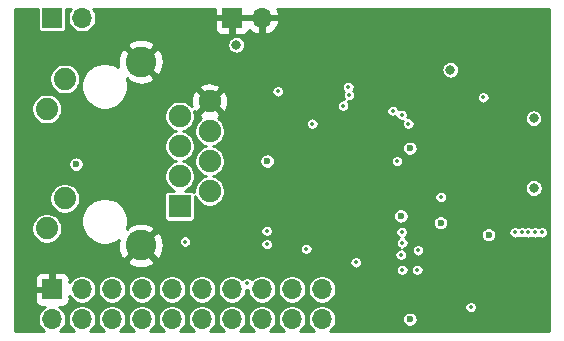
<source format=gbr>
G04 #@! TF.GenerationSoftware,KiCad,Pcbnew,(5.1.5)-3*
G04 #@! TF.CreationDate,2020-07-18T04:54:49-04:00*
G04 #@! TF.ProjectId,MONster64 - NetModule,4d4f4e73-7465-4723-9634-202d204e6574,rev?*
G04 #@! TF.SameCoordinates,Original*
G04 #@! TF.FileFunction,Copper,L4,Inr*
G04 #@! TF.FilePolarity,Positive*
%FSLAX46Y46*%
G04 Gerber Fmt 4.6, Leading zero omitted, Abs format (unit mm)*
G04 Created by KiCad (PCBNEW (5.1.5)-3) date 2020-07-18 04:54:49*
%MOMM*%
%LPD*%
G04 APERTURE LIST*
%ADD10R,1.900000X1.900000*%
%ADD11C,1.900000*%
%ADD12C,1.890000*%
%ADD13C,2.600000*%
%ADD14R,1.700000X1.700000*%
%ADD15O,1.700000X1.700000*%
%ADD16C,0.600000*%
%ADD17C,0.350000*%
%ADD18C,8.100000*%
%ADD19C,0.800000*%
%ADD20C,0.239000*%
G04 APERTURE END LIST*
D10*
X147955000Y-98679000D03*
D11*
X150495000Y-97409000D03*
X147955000Y-96139000D03*
X150495000Y-94869000D03*
X147955000Y-93599000D03*
X150495000Y-92329000D03*
X147955000Y-91059000D03*
X150495000Y-89789000D03*
D12*
X138235000Y-87909000D03*
X136715000Y-90449000D03*
X138235000Y-98019000D03*
X136715000Y-100559000D03*
D13*
X144665000Y-102009000D03*
X144665000Y-86459000D03*
D14*
X137160000Y-82740500D03*
D15*
X139700000Y-82740500D03*
X154940000Y-82740500D03*
D14*
X152400000Y-82740500D03*
X137160000Y-105727500D03*
D15*
X137160000Y-108267500D03*
X139700000Y-105727500D03*
X139700000Y-108267500D03*
X142240000Y-105727500D03*
X142240000Y-108267500D03*
X144780000Y-105727500D03*
X144780000Y-108267500D03*
X147320000Y-105727500D03*
X147320000Y-108267500D03*
X149860000Y-105727500D03*
X149860000Y-108267500D03*
X152400000Y-105727500D03*
X152400000Y-108267500D03*
X154940000Y-105727500D03*
X154940000Y-108267500D03*
X157480000Y-105727500D03*
X157480000Y-108267500D03*
X160020000Y-105727500D03*
X160020000Y-108267500D03*
D16*
X139192000Y-95123000D03*
D17*
X173736000Y-105854500D03*
X178498500Y-102743000D03*
D18*
X162496500Y-97282000D03*
D19*
X172593000Y-96139000D03*
X174625000Y-98171000D03*
X172593000Y-98171000D03*
X174625000Y-96139000D03*
D16*
X154940000Y-91884500D03*
X154940000Y-85979000D03*
X154822000Y-97844500D03*
D19*
X144136000Y-95640000D03*
D16*
X174117000Y-101092000D03*
D17*
X170065000Y-97905000D03*
D19*
X177936000Y-97146000D03*
X177927000Y-91249500D03*
X152772000Y-85026500D03*
X170878500Y-87122000D03*
D17*
X166814500Y-101790500D03*
X155321000Y-101917500D03*
X155321000Y-100774500D03*
X166751000Y-100838000D03*
X148429999Y-101679501D03*
X158686500Y-102298500D03*
D16*
X155384500Y-94869000D03*
D17*
X166370000Y-94869000D03*
X162877500Y-103441500D03*
X176339500Y-100901500D03*
X166687500Y-102806500D03*
X168148000Y-102425500D03*
D16*
X166687500Y-99504500D03*
X170053000Y-100076000D03*
D17*
X156273500Y-88963500D03*
X178054000Y-100901500D03*
X176911000Y-100901500D03*
X168084500Y-104076500D03*
X166814500Y-104076500D03*
X153670000Y-105219500D03*
X177482500Y-100901500D03*
X162242500Y-88582500D03*
X173672500Y-89471500D03*
X162320501Y-89295501D03*
X161798000Y-90170000D03*
X178625500Y-100901500D03*
X172593000Y-107251500D03*
X165989000Y-90614500D03*
X166751000Y-90932000D03*
X159194500Y-91694000D03*
X167322500Y-91694000D03*
D16*
X167449500Y-93789500D03*
X167449500Y-108267500D03*
D20*
G36*
X135949766Y-83590500D02*
G01*
X135956688Y-83660778D01*
X135977187Y-83728356D01*
X136010476Y-83790635D01*
X136055276Y-83845224D01*
X136109865Y-83890024D01*
X136172144Y-83923313D01*
X136239722Y-83943812D01*
X136310000Y-83950734D01*
X138010000Y-83950734D01*
X138080278Y-83943812D01*
X138147856Y-83923313D01*
X138210135Y-83890024D01*
X138264724Y-83845224D01*
X138309524Y-83790635D01*
X138342813Y-83728356D01*
X138363312Y-83660778D01*
X138370234Y-83590500D01*
X138370234Y-82006000D01*
X138737327Y-82006000D01*
X138629042Y-82168061D01*
X138537942Y-82387994D01*
X138491500Y-82621473D01*
X138491500Y-82859527D01*
X138537942Y-83093006D01*
X138629042Y-83312939D01*
X138761297Y-83510874D01*
X138929626Y-83679203D01*
X139127561Y-83811458D01*
X139347494Y-83902558D01*
X139580973Y-83949000D01*
X139819027Y-83949000D01*
X140052506Y-83902558D01*
X140272439Y-83811458D01*
X140470374Y-83679203D01*
X140559077Y-83590500D01*
X150919464Y-83590500D01*
X150931580Y-83713511D01*
X150967461Y-83831796D01*
X151025728Y-83940807D01*
X151104144Y-84036356D01*
X151199693Y-84114772D01*
X151308704Y-84173039D01*
X151426989Y-84208920D01*
X151550000Y-84221036D01*
X152108625Y-84218000D01*
X152265500Y-84061125D01*
X152265500Y-82875000D01*
X152534500Y-82875000D01*
X152534500Y-84061125D01*
X152691375Y-84218000D01*
X153250000Y-84221036D01*
X153373011Y-84208920D01*
X153491296Y-84173039D01*
X153600307Y-84114772D01*
X153695856Y-84036356D01*
X153774272Y-83940807D01*
X153832539Y-83831796D01*
X153860659Y-83739094D01*
X153950839Y-83838034D01*
X154183964Y-84009921D01*
X154446143Y-84133025D01*
X154576984Y-84172710D01*
X154805500Y-84054258D01*
X154805500Y-82875000D01*
X155074500Y-82875000D01*
X155074500Y-84054258D01*
X155303016Y-84172710D01*
X155433857Y-84133025D01*
X155696036Y-84009921D01*
X155929161Y-83838034D01*
X156124273Y-83623969D01*
X156273874Y-83375953D01*
X156372215Y-83103517D01*
X156254495Y-82875000D01*
X155074500Y-82875000D01*
X154805500Y-82875000D01*
X152534500Y-82875000D01*
X152265500Y-82875000D01*
X151079375Y-82875000D01*
X150922500Y-83031875D01*
X150919464Y-83590500D01*
X140559077Y-83590500D01*
X140638703Y-83510874D01*
X140770958Y-83312939D01*
X140862058Y-83093006D01*
X140908500Y-82859527D01*
X140908500Y-82621473D01*
X140862058Y-82387994D01*
X140770958Y-82168061D01*
X140662673Y-82006000D01*
X150920092Y-82006000D01*
X150922500Y-82449125D01*
X151079375Y-82606000D01*
X152265500Y-82606000D01*
X152265500Y-82586000D01*
X152534500Y-82586000D01*
X152534500Y-82606000D01*
X154805500Y-82606000D01*
X154805500Y-82586000D01*
X155074500Y-82586000D01*
X155074500Y-82606000D01*
X156254495Y-82606000D01*
X156372215Y-82377483D01*
X156273874Y-82105047D01*
X156214130Y-82006000D01*
X179233001Y-82006000D01*
X179233000Y-109291000D01*
X160663465Y-109291000D01*
X160790374Y-109206203D01*
X160958703Y-109037874D01*
X161090958Y-108839939D01*
X161182058Y-108620006D01*
X161228500Y-108386527D01*
X161228500Y-108202643D01*
X166791000Y-108202643D01*
X166791000Y-108332357D01*
X166816306Y-108459577D01*
X166865945Y-108579417D01*
X166938010Y-108687269D01*
X167029731Y-108778990D01*
X167137583Y-108851055D01*
X167257423Y-108900694D01*
X167384643Y-108926000D01*
X167514357Y-108926000D01*
X167641577Y-108900694D01*
X167761417Y-108851055D01*
X167869269Y-108778990D01*
X167960990Y-108687269D01*
X168033055Y-108579417D01*
X168082694Y-108459577D01*
X168108000Y-108332357D01*
X168108000Y-108202643D01*
X168082694Y-108075423D01*
X168033055Y-107955583D01*
X167960990Y-107847731D01*
X167869269Y-107756010D01*
X167761417Y-107683945D01*
X167641577Y-107634306D01*
X167514357Y-107609000D01*
X167384643Y-107609000D01*
X167257423Y-107634306D01*
X167137583Y-107683945D01*
X167029731Y-107756010D01*
X166938010Y-107847731D01*
X166865945Y-107955583D01*
X166816306Y-108075423D01*
X166791000Y-108202643D01*
X161228500Y-108202643D01*
X161228500Y-108148473D01*
X161182058Y-107914994D01*
X161090958Y-107695061D01*
X160958703Y-107497126D01*
X160790374Y-107328797D01*
X160596051Y-107198955D01*
X172059500Y-107198955D01*
X172059500Y-107304045D01*
X172080002Y-107407116D01*
X172120219Y-107504207D01*
X172178604Y-107591586D01*
X172252914Y-107665896D01*
X172340293Y-107724281D01*
X172437384Y-107764498D01*
X172540455Y-107785000D01*
X172645545Y-107785000D01*
X172748616Y-107764498D01*
X172845707Y-107724281D01*
X172933086Y-107665896D01*
X173007396Y-107591586D01*
X173065781Y-107504207D01*
X173105998Y-107407116D01*
X173126500Y-107304045D01*
X173126500Y-107198955D01*
X173105998Y-107095884D01*
X173065781Y-106998793D01*
X173007396Y-106911414D01*
X172933086Y-106837104D01*
X172845707Y-106778719D01*
X172748616Y-106738502D01*
X172645545Y-106718000D01*
X172540455Y-106718000D01*
X172437384Y-106738502D01*
X172340293Y-106778719D01*
X172252914Y-106837104D01*
X172178604Y-106911414D01*
X172120219Y-106998793D01*
X172080002Y-107095884D01*
X172059500Y-107198955D01*
X160596051Y-107198955D01*
X160592439Y-107196542D01*
X160372506Y-107105442D01*
X160139027Y-107059000D01*
X159900973Y-107059000D01*
X159667494Y-107105442D01*
X159447561Y-107196542D01*
X159249626Y-107328797D01*
X159081297Y-107497126D01*
X158949042Y-107695061D01*
X158857942Y-107914994D01*
X158811500Y-108148473D01*
X158811500Y-108386527D01*
X158857942Y-108620006D01*
X158949042Y-108839939D01*
X159081297Y-109037874D01*
X159249626Y-109206203D01*
X159376535Y-109291000D01*
X158123465Y-109291000D01*
X158250374Y-109206203D01*
X158418703Y-109037874D01*
X158550958Y-108839939D01*
X158642058Y-108620006D01*
X158688500Y-108386527D01*
X158688500Y-108148473D01*
X158642058Y-107914994D01*
X158550958Y-107695061D01*
X158418703Y-107497126D01*
X158250374Y-107328797D01*
X158052439Y-107196542D01*
X157832506Y-107105442D01*
X157599027Y-107059000D01*
X157360973Y-107059000D01*
X157127494Y-107105442D01*
X156907561Y-107196542D01*
X156709626Y-107328797D01*
X156541297Y-107497126D01*
X156409042Y-107695061D01*
X156317942Y-107914994D01*
X156271500Y-108148473D01*
X156271500Y-108386527D01*
X156317942Y-108620006D01*
X156409042Y-108839939D01*
X156541297Y-109037874D01*
X156709626Y-109206203D01*
X156836535Y-109291000D01*
X155583465Y-109291000D01*
X155710374Y-109206203D01*
X155878703Y-109037874D01*
X156010958Y-108839939D01*
X156102058Y-108620006D01*
X156148500Y-108386527D01*
X156148500Y-108148473D01*
X156102058Y-107914994D01*
X156010958Y-107695061D01*
X155878703Y-107497126D01*
X155710374Y-107328797D01*
X155512439Y-107196542D01*
X155292506Y-107105442D01*
X155059027Y-107059000D01*
X154820973Y-107059000D01*
X154587494Y-107105442D01*
X154367561Y-107196542D01*
X154169626Y-107328797D01*
X154001297Y-107497126D01*
X153869042Y-107695061D01*
X153777942Y-107914994D01*
X153731500Y-108148473D01*
X153731500Y-108386527D01*
X153777942Y-108620006D01*
X153869042Y-108839939D01*
X154001297Y-109037874D01*
X154169626Y-109206203D01*
X154296535Y-109291000D01*
X153043465Y-109291000D01*
X153170374Y-109206203D01*
X153338703Y-109037874D01*
X153470958Y-108839939D01*
X153562058Y-108620006D01*
X153608500Y-108386527D01*
X153608500Y-108148473D01*
X153562058Y-107914994D01*
X153470958Y-107695061D01*
X153338703Y-107497126D01*
X153170374Y-107328797D01*
X152972439Y-107196542D01*
X152752506Y-107105442D01*
X152519027Y-107059000D01*
X152280973Y-107059000D01*
X152047494Y-107105442D01*
X151827561Y-107196542D01*
X151629626Y-107328797D01*
X151461297Y-107497126D01*
X151329042Y-107695061D01*
X151237942Y-107914994D01*
X151191500Y-108148473D01*
X151191500Y-108386527D01*
X151237942Y-108620006D01*
X151329042Y-108839939D01*
X151461297Y-109037874D01*
X151629626Y-109206203D01*
X151756535Y-109291000D01*
X150503465Y-109291000D01*
X150630374Y-109206203D01*
X150798703Y-109037874D01*
X150930958Y-108839939D01*
X151022058Y-108620006D01*
X151068500Y-108386527D01*
X151068500Y-108148473D01*
X151022058Y-107914994D01*
X150930958Y-107695061D01*
X150798703Y-107497126D01*
X150630374Y-107328797D01*
X150432439Y-107196542D01*
X150212506Y-107105442D01*
X149979027Y-107059000D01*
X149740973Y-107059000D01*
X149507494Y-107105442D01*
X149287561Y-107196542D01*
X149089626Y-107328797D01*
X148921297Y-107497126D01*
X148789042Y-107695061D01*
X148697942Y-107914994D01*
X148651500Y-108148473D01*
X148651500Y-108386527D01*
X148697942Y-108620006D01*
X148789042Y-108839939D01*
X148921297Y-109037874D01*
X149089626Y-109206203D01*
X149216535Y-109291000D01*
X147963465Y-109291000D01*
X148090374Y-109206203D01*
X148258703Y-109037874D01*
X148390958Y-108839939D01*
X148482058Y-108620006D01*
X148528500Y-108386527D01*
X148528500Y-108148473D01*
X148482058Y-107914994D01*
X148390958Y-107695061D01*
X148258703Y-107497126D01*
X148090374Y-107328797D01*
X147892439Y-107196542D01*
X147672506Y-107105442D01*
X147439027Y-107059000D01*
X147200973Y-107059000D01*
X146967494Y-107105442D01*
X146747561Y-107196542D01*
X146549626Y-107328797D01*
X146381297Y-107497126D01*
X146249042Y-107695061D01*
X146157942Y-107914994D01*
X146111500Y-108148473D01*
X146111500Y-108386527D01*
X146157942Y-108620006D01*
X146249042Y-108839939D01*
X146381297Y-109037874D01*
X146549626Y-109206203D01*
X146676535Y-109291000D01*
X145423465Y-109291000D01*
X145550374Y-109206203D01*
X145718703Y-109037874D01*
X145850958Y-108839939D01*
X145942058Y-108620006D01*
X145988500Y-108386527D01*
X145988500Y-108148473D01*
X145942058Y-107914994D01*
X145850958Y-107695061D01*
X145718703Y-107497126D01*
X145550374Y-107328797D01*
X145352439Y-107196542D01*
X145132506Y-107105442D01*
X144899027Y-107059000D01*
X144660973Y-107059000D01*
X144427494Y-107105442D01*
X144207561Y-107196542D01*
X144009626Y-107328797D01*
X143841297Y-107497126D01*
X143709042Y-107695061D01*
X143617942Y-107914994D01*
X143571500Y-108148473D01*
X143571500Y-108386527D01*
X143617942Y-108620006D01*
X143709042Y-108839939D01*
X143841297Y-109037874D01*
X144009626Y-109206203D01*
X144136535Y-109291000D01*
X142883465Y-109291000D01*
X143010374Y-109206203D01*
X143178703Y-109037874D01*
X143310958Y-108839939D01*
X143402058Y-108620006D01*
X143448500Y-108386527D01*
X143448500Y-108148473D01*
X143402058Y-107914994D01*
X143310958Y-107695061D01*
X143178703Y-107497126D01*
X143010374Y-107328797D01*
X142812439Y-107196542D01*
X142592506Y-107105442D01*
X142359027Y-107059000D01*
X142120973Y-107059000D01*
X141887494Y-107105442D01*
X141667561Y-107196542D01*
X141469626Y-107328797D01*
X141301297Y-107497126D01*
X141169042Y-107695061D01*
X141077942Y-107914994D01*
X141031500Y-108148473D01*
X141031500Y-108386527D01*
X141077942Y-108620006D01*
X141169042Y-108839939D01*
X141301297Y-109037874D01*
X141469626Y-109206203D01*
X141596535Y-109291000D01*
X140343465Y-109291000D01*
X140470374Y-109206203D01*
X140638703Y-109037874D01*
X140770958Y-108839939D01*
X140862058Y-108620006D01*
X140908500Y-108386527D01*
X140908500Y-108148473D01*
X140862058Y-107914994D01*
X140770958Y-107695061D01*
X140638703Y-107497126D01*
X140470374Y-107328797D01*
X140272439Y-107196542D01*
X140052506Y-107105442D01*
X139819027Y-107059000D01*
X139580973Y-107059000D01*
X139347494Y-107105442D01*
X139127561Y-107196542D01*
X138929626Y-107328797D01*
X138761297Y-107497126D01*
X138629042Y-107695061D01*
X138537942Y-107914994D01*
X138491500Y-108148473D01*
X138491500Y-108386527D01*
X138537942Y-108620006D01*
X138629042Y-108839939D01*
X138761297Y-109037874D01*
X138929626Y-109206203D01*
X139056535Y-109291000D01*
X137803465Y-109291000D01*
X137930374Y-109206203D01*
X138098703Y-109037874D01*
X138230958Y-108839939D01*
X138322058Y-108620006D01*
X138368500Y-108386527D01*
X138368500Y-108148473D01*
X138322058Y-107914994D01*
X138230958Y-107695061D01*
X138098703Y-107497126D01*
X137930374Y-107328797D01*
X137747506Y-107206609D01*
X138010000Y-107208036D01*
X138133011Y-107195920D01*
X138251296Y-107160039D01*
X138360307Y-107101772D01*
X138455856Y-107023356D01*
X138534272Y-106927807D01*
X138592539Y-106818796D01*
X138628420Y-106700511D01*
X138640536Y-106577500D01*
X138639109Y-106315006D01*
X138761297Y-106497874D01*
X138929626Y-106666203D01*
X139127561Y-106798458D01*
X139347494Y-106889558D01*
X139580973Y-106936000D01*
X139819027Y-106936000D01*
X140052506Y-106889558D01*
X140272439Y-106798458D01*
X140470374Y-106666203D01*
X140638703Y-106497874D01*
X140770958Y-106299939D01*
X140862058Y-106080006D01*
X140908500Y-105846527D01*
X140908500Y-105608473D01*
X141031500Y-105608473D01*
X141031500Y-105846527D01*
X141077942Y-106080006D01*
X141169042Y-106299939D01*
X141301297Y-106497874D01*
X141469626Y-106666203D01*
X141667561Y-106798458D01*
X141887494Y-106889558D01*
X142120973Y-106936000D01*
X142359027Y-106936000D01*
X142592506Y-106889558D01*
X142812439Y-106798458D01*
X143010374Y-106666203D01*
X143178703Y-106497874D01*
X143310958Y-106299939D01*
X143402058Y-106080006D01*
X143448500Y-105846527D01*
X143448500Y-105608473D01*
X143571500Y-105608473D01*
X143571500Y-105846527D01*
X143617942Y-106080006D01*
X143709042Y-106299939D01*
X143841297Y-106497874D01*
X144009626Y-106666203D01*
X144207561Y-106798458D01*
X144427494Y-106889558D01*
X144660973Y-106936000D01*
X144899027Y-106936000D01*
X145132506Y-106889558D01*
X145352439Y-106798458D01*
X145550374Y-106666203D01*
X145718703Y-106497874D01*
X145850958Y-106299939D01*
X145942058Y-106080006D01*
X145988500Y-105846527D01*
X145988500Y-105608473D01*
X146111500Y-105608473D01*
X146111500Y-105846527D01*
X146157942Y-106080006D01*
X146249042Y-106299939D01*
X146381297Y-106497874D01*
X146549626Y-106666203D01*
X146747561Y-106798458D01*
X146967494Y-106889558D01*
X147200973Y-106936000D01*
X147439027Y-106936000D01*
X147672506Y-106889558D01*
X147892439Y-106798458D01*
X148090374Y-106666203D01*
X148258703Y-106497874D01*
X148390958Y-106299939D01*
X148482058Y-106080006D01*
X148528500Y-105846527D01*
X148528500Y-105608473D01*
X148651500Y-105608473D01*
X148651500Y-105846527D01*
X148697942Y-106080006D01*
X148789042Y-106299939D01*
X148921297Y-106497874D01*
X149089626Y-106666203D01*
X149287561Y-106798458D01*
X149507494Y-106889558D01*
X149740973Y-106936000D01*
X149979027Y-106936000D01*
X150212506Y-106889558D01*
X150432439Y-106798458D01*
X150630374Y-106666203D01*
X150798703Y-106497874D01*
X150930958Y-106299939D01*
X151022058Y-106080006D01*
X151068500Y-105846527D01*
X151068500Y-105608473D01*
X151191500Y-105608473D01*
X151191500Y-105846527D01*
X151237942Y-106080006D01*
X151329042Y-106299939D01*
X151461297Y-106497874D01*
X151629626Y-106666203D01*
X151827561Y-106798458D01*
X152047494Y-106889558D01*
X152280973Y-106936000D01*
X152519027Y-106936000D01*
X152752506Y-106889558D01*
X152972439Y-106798458D01*
X153170374Y-106666203D01*
X153338703Y-106497874D01*
X153470958Y-106299939D01*
X153562058Y-106080006D01*
X153608500Y-105846527D01*
X153608500Y-105751219D01*
X153617455Y-105753000D01*
X153722545Y-105753000D01*
X153731500Y-105751219D01*
X153731500Y-105846527D01*
X153777942Y-106080006D01*
X153869042Y-106299939D01*
X154001297Y-106497874D01*
X154169626Y-106666203D01*
X154367561Y-106798458D01*
X154587494Y-106889558D01*
X154820973Y-106936000D01*
X155059027Y-106936000D01*
X155292506Y-106889558D01*
X155512439Y-106798458D01*
X155710374Y-106666203D01*
X155878703Y-106497874D01*
X156010958Y-106299939D01*
X156102058Y-106080006D01*
X156148500Y-105846527D01*
X156148500Y-105608473D01*
X156271500Y-105608473D01*
X156271500Y-105846527D01*
X156317942Y-106080006D01*
X156409042Y-106299939D01*
X156541297Y-106497874D01*
X156709626Y-106666203D01*
X156907561Y-106798458D01*
X157127494Y-106889558D01*
X157360973Y-106936000D01*
X157599027Y-106936000D01*
X157832506Y-106889558D01*
X158052439Y-106798458D01*
X158250374Y-106666203D01*
X158418703Y-106497874D01*
X158550958Y-106299939D01*
X158642058Y-106080006D01*
X158688500Y-105846527D01*
X158688500Y-105608473D01*
X158811500Y-105608473D01*
X158811500Y-105846527D01*
X158857942Y-106080006D01*
X158949042Y-106299939D01*
X159081297Y-106497874D01*
X159249626Y-106666203D01*
X159447561Y-106798458D01*
X159667494Y-106889558D01*
X159900973Y-106936000D01*
X160139027Y-106936000D01*
X160372506Y-106889558D01*
X160592439Y-106798458D01*
X160790374Y-106666203D01*
X160958703Y-106497874D01*
X161090958Y-106299939D01*
X161182058Y-106080006D01*
X161228500Y-105846527D01*
X161228500Y-105608473D01*
X161182058Y-105374994D01*
X161090958Y-105155061D01*
X160958703Y-104957126D01*
X160790374Y-104788797D01*
X160592439Y-104656542D01*
X160372506Y-104565442D01*
X160139027Y-104519000D01*
X159900973Y-104519000D01*
X159667494Y-104565442D01*
X159447561Y-104656542D01*
X159249626Y-104788797D01*
X159081297Y-104957126D01*
X158949042Y-105155061D01*
X158857942Y-105374994D01*
X158811500Y-105608473D01*
X158688500Y-105608473D01*
X158642058Y-105374994D01*
X158550958Y-105155061D01*
X158418703Y-104957126D01*
X158250374Y-104788797D01*
X158052439Y-104656542D01*
X157832506Y-104565442D01*
X157599027Y-104519000D01*
X157360973Y-104519000D01*
X157127494Y-104565442D01*
X156907561Y-104656542D01*
X156709626Y-104788797D01*
X156541297Y-104957126D01*
X156409042Y-105155061D01*
X156317942Y-105374994D01*
X156271500Y-105608473D01*
X156148500Y-105608473D01*
X156102058Y-105374994D01*
X156010958Y-105155061D01*
X155878703Y-104957126D01*
X155710374Y-104788797D01*
X155512439Y-104656542D01*
X155292506Y-104565442D01*
X155059027Y-104519000D01*
X154820973Y-104519000D01*
X154587494Y-104565442D01*
X154367561Y-104656542D01*
X154169626Y-104788797D01*
X154081703Y-104876721D01*
X154010086Y-104805104D01*
X153922707Y-104746719D01*
X153825616Y-104706502D01*
X153722545Y-104686000D01*
X153617455Y-104686000D01*
X153514384Y-104706502D01*
X153417293Y-104746719D01*
X153329914Y-104805104D01*
X153258298Y-104876721D01*
X153170374Y-104788797D01*
X152972439Y-104656542D01*
X152752506Y-104565442D01*
X152519027Y-104519000D01*
X152280973Y-104519000D01*
X152047494Y-104565442D01*
X151827561Y-104656542D01*
X151629626Y-104788797D01*
X151461297Y-104957126D01*
X151329042Y-105155061D01*
X151237942Y-105374994D01*
X151191500Y-105608473D01*
X151068500Y-105608473D01*
X151022058Y-105374994D01*
X150930958Y-105155061D01*
X150798703Y-104957126D01*
X150630374Y-104788797D01*
X150432439Y-104656542D01*
X150212506Y-104565442D01*
X149979027Y-104519000D01*
X149740973Y-104519000D01*
X149507494Y-104565442D01*
X149287561Y-104656542D01*
X149089626Y-104788797D01*
X148921297Y-104957126D01*
X148789042Y-105155061D01*
X148697942Y-105374994D01*
X148651500Y-105608473D01*
X148528500Y-105608473D01*
X148482058Y-105374994D01*
X148390958Y-105155061D01*
X148258703Y-104957126D01*
X148090374Y-104788797D01*
X147892439Y-104656542D01*
X147672506Y-104565442D01*
X147439027Y-104519000D01*
X147200973Y-104519000D01*
X146967494Y-104565442D01*
X146747561Y-104656542D01*
X146549626Y-104788797D01*
X146381297Y-104957126D01*
X146249042Y-105155061D01*
X146157942Y-105374994D01*
X146111500Y-105608473D01*
X145988500Y-105608473D01*
X145942058Y-105374994D01*
X145850958Y-105155061D01*
X145718703Y-104957126D01*
X145550374Y-104788797D01*
X145352439Y-104656542D01*
X145132506Y-104565442D01*
X144899027Y-104519000D01*
X144660973Y-104519000D01*
X144427494Y-104565442D01*
X144207561Y-104656542D01*
X144009626Y-104788797D01*
X143841297Y-104957126D01*
X143709042Y-105155061D01*
X143617942Y-105374994D01*
X143571500Y-105608473D01*
X143448500Y-105608473D01*
X143402058Y-105374994D01*
X143310958Y-105155061D01*
X143178703Y-104957126D01*
X143010374Y-104788797D01*
X142812439Y-104656542D01*
X142592506Y-104565442D01*
X142359027Y-104519000D01*
X142120973Y-104519000D01*
X141887494Y-104565442D01*
X141667561Y-104656542D01*
X141469626Y-104788797D01*
X141301297Y-104957126D01*
X141169042Y-105155061D01*
X141077942Y-105374994D01*
X141031500Y-105608473D01*
X140908500Y-105608473D01*
X140862058Y-105374994D01*
X140770958Y-105155061D01*
X140638703Y-104957126D01*
X140470374Y-104788797D01*
X140272439Y-104656542D01*
X140052506Y-104565442D01*
X139819027Y-104519000D01*
X139580973Y-104519000D01*
X139347494Y-104565442D01*
X139127561Y-104656542D01*
X138929626Y-104788797D01*
X138761297Y-104957126D01*
X138639109Y-105139994D01*
X138640536Y-104877500D01*
X138628420Y-104754489D01*
X138592539Y-104636204D01*
X138534272Y-104527193D01*
X138455856Y-104431644D01*
X138360307Y-104353228D01*
X138251296Y-104294961D01*
X138133011Y-104259080D01*
X138010000Y-104246964D01*
X137451375Y-104250000D01*
X137294500Y-104406875D01*
X137294500Y-105593000D01*
X137314500Y-105593000D01*
X137314500Y-105862000D01*
X137294500Y-105862000D01*
X137294500Y-105882000D01*
X137025500Y-105882000D01*
X137025500Y-105862000D01*
X135839375Y-105862000D01*
X135682500Y-106018875D01*
X135679464Y-106577500D01*
X135691580Y-106700511D01*
X135727461Y-106818796D01*
X135785728Y-106927807D01*
X135864144Y-107023356D01*
X135959693Y-107101772D01*
X136068704Y-107160039D01*
X136186989Y-107195920D01*
X136310000Y-107208036D01*
X136572494Y-107206609D01*
X136389626Y-107328797D01*
X136221297Y-107497126D01*
X136089042Y-107695061D01*
X135997942Y-107914994D01*
X135951500Y-108148473D01*
X135951500Y-108386527D01*
X135997942Y-108620006D01*
X136089042Y-108839939D01*
X136221297Y-109037874D01*
X136389626Y-109206203D01*
X136516535Y-109291000D01*
X134012500Y-109291000D01*
X134012500Y-104877500D01*
X135679464Y-104877500D01*
X135682500Y-105436125D01*
X135839375Y-105593000D01*
X137025500Y-105593000D01*
X137025500Y-104406875D01*
X136868625Y-104250000D01*
X136310000Y-104246964D01*
X136186989Y-104259080D01*
X136068704Y-104294961D01*
X135959693Y-104353228D01*
X135864144Y-104431644D01*
X135785728Y-104527193D01*
X135727461Y-104636204D01*
X135691580Y-104754489D01*
X135679464Y-104877500D01*
X134012500Y-104877500D01*
X134012500Y-104023955D01*
X166281000Y-104023955D01*
X166281000Y-104129045D01*
X166301502Y-104232116D01*
X166341719Y-104329207D01*
X166400104Y-104416586D01*
X166474414Y-104490896D01*
X166561793Y-104549281D01*
X166658884Y-104589498D01*
X166761955Y-104610000D01*
X166867045Y-104610000D01*
X166970116Y-104589498D01*
X167067207Y-104549281D01*
X167154586Y-104490896D01*
X167228896Y-104416586D01*
X167287281Y-104329207D01*
X167327498Y-104232116D01*
X167348000Y-104129045D01*
X167348000Y-104023955D01*
X167551000Y-104023955D01*
X167551000Y-104129045D01*
X167571502Y-104232116D01*
X167611719Y-104329207D01*
X167670104Y-104416586D01*
X167744414Y-104490896D01*
X167831793Y-104549281D01*
X167928884Y-104589498D01*
X168031955Y-104610000D01*
X168137045Y-104610000D01*
X168240116Y-104589498D01*
X168337207Y-104549281D01*
X168424586Y-104490896D01*
X168498896Y-104416586D01*
X168557281Y-104329207D01*
X168597498Y-104232116D01*
X168618000Y-104129045D01*
X168618000Y-104023955D01*
X168597498Y-103920884D01*
X168557281Y-103823793D01*
X168498896Y-103736414D01*
X168424586Y-103662104D01*
X168337207Y-103603719D01*
X168240116Y-103563502D01*
X168137045Y-103543000D01*
X168031955Y-103543000D01*
X167928884Y-103563502D01*
X167831793Y-103603719D01*
X167744414Y-103662104D01*
X167670104Y-103736414D01*
X167611719Y-103823793D01*
X167571502Y-103920884D01*
X167551000Y-104023955D01*
X167348000Y-104023955D01*
X167327498Y-103920884D01*
X167287281Y-103823793D01*
X167228896Y-103736414D01*
X167154586Y-103662104D01*
X167067207Y-103603719D01*
X166970116Y-103563502D01*
X166867045Y-103543000D01*
X166761955Y-103543000D01*
X166658884Y-103563502D01*
X166561793Y-103603719D01*
X166474414Y-103662104D01*
X166400104Y-103736414D01*
X166341719Y-103823793D01*
X166301502Y-103920884D01*
X166281000Y-104023955D01*
X134012500Y-104023955D01*
X134012500Y-103359123D01*
X143505089Y-103359123D01*
X143638123Y-103651200D01*
X143978232Y-103819979D01*
X144344732Y-103919163D01*
X144723541Y-103944942D01*
X145100099Y-103896322D01*
X145459937Y-103775175D01*
X145691877Y-103651200D01*
X145811323Y-103388955D01*
X162344000Y-103388955D01*
X162344000Y-103494045D01*
X162364502Y-103597116D01*
X162404719Y-103694207D01*
X162463104Y-103781586D01*
X162537414Y-103855896D01*
X162624793Y-103914281D01*
X162721884Y-103954498D01*
X162824955Y-103975000D01*
X162930045Y-103975000D01*
X163033116Y-103954498D01*
X163130207Y-103914281D01*
X163217586Y-103855896D01*
X163291896Y-103781586D01*
X163350281Y-103694207D01*
X163390498Y-103597116D01*
X163411000Y-103494045D01*
X163411000Y-103388955D01*
X163390498Y-103285884D01*
X163350281Y-103188793D01*
X163291896Y-103101414D01*
X163217586Y-103027104D01*
X163130207Y-102968719D01*
X163033116Y-102928502D01*
X162930045Y-102908000D01*
X162824955Y-102908000D01*
X162721884Y-102928502D01*
X162624793Y-102968719D01*
X162537414Y-103027104D01*
X162463104Y-103101414D01*
X162404719Y-103188793D01*
X162364502Y-103285884D01*
X162344000Y-103388955D01*
X145811323Y-103388955D01*
X145824911Y-103359123D01*
X144665000Y-102199212D01*
X143505089Y-103359123D01*
X134012500Y-103359123D01*
X134012500Y-100430616D01*
X135411500Y-100430616D01*
X135411500Y-100687384D01*
X135461593Y-100939217D01*
X135559853Y-101176439D01*
X135702505Y-101389933D01*
X135884067Y-101571495D01*
X136097561Y-101714147D01*
X136334783Y-101812407D01*
X136586616Y-101862500D01*
X136843384Y-101862500D01*
X137095217Y-101812407D01*
X137332439Y-101714147D01*
X137545933Y-101571495D01*
X137727495Y-101389933D01*
X137870147Y-101176439D01*
X137968407Y-100939217D01*
X138018500Y-100687384D01*
X138018500Y-100430616D01*
X137968407Y-100178783D01*
X137870147Y-99941561D01*
X137744584Y-99753642D01*
X139631500Y-99753642D01*
X139631500Y-100144358D01*
X139707725Y-100527566D01*
X139857245Y-100888539D01*
X140074315Y-101213407D01*
X140350593Y-101489685D01*
X140675461Y-101706755D01*
X141036434Y-101856275D01*
X141419642Y-101932500D01*
X141810358Y-101932500D01*
X142193566Y-101856275D01*
X142554539Y-101706755D01*
X142793097Y-101547356D01*
X142754837Y-101688732D01*
X142729058Y-102067541D01*
X142777678Y-102444099D01*
X142898825Y-102803937D01*
X143022800Y-103035877D01*
X143314877Y-103168911D01*
X144474788Y-102009000D01*
X144855212Y-102009000D01*
X146015123Y-103168911D01*
X146307200Y-103035877D01*
X146475979Y-102695768D01*
X146575163Y-102329268D01*
X146600942Y-101950459D01*
X146559173Y-101626956D01*
X147896499Y-101626956D01*
X147896499Y-101732046D01*
X147917001Y-101835117D01*
X147957218Y-101932208D01*
X148015603Y-102019587D01*
X148089913Y-102093897D01*
X148177292Y-102152282D01*
X148274383Y-102192499D01*
X148377454Y-102213001D01*
X148482544Y-102213001D01*
X148585615Y-102192499D01*
X148682706Y-102152282D01*
X148770085Y-102093897D01*
X148844395Y-102019587D01*
X148902780Y-101932208D01*
X148930637Y-101864955D01*
X154787500Y-101864955D01*
X154787500Y-101970045D01*
X154808002Y-102073116D01*
X154848219Y-102170207D01*
X154906604Y-102257586D01*
X154980914Y-102331896D01*
X155068293Y-102390281D01*
X155165384Y-102430498D01*
X155268455Y-102451000D01*
X155373545Y-102451000D01*
X155476616Y-102430498D01*
X155573707Y-102390281D01*
X155661086Y-102331896D01*
X155735396Y-102257586D01*
X155743167Y-102245955D01*
X158153000Y-102245955D01*
X158153000Y-102351045D01*
X158173502Y-102454116D01*
X158213719Y-102551207D01*
X158272104Y-102638586D01*
X158346414Y-102712896D01*
X158433793Y-102771281D01*
X158530884Y-102811498D01*
X158633955Y-102832000D01*
X158739045Y-102832000D01*
X158842116Y-102811498D01*
X158939207Y-102771281D01*
X158965137Y-102753955D01*
X166154000Y-102753955D01*
X166154000Y-102859045D01*
X166174502Y-102962116D01*
X166214719Y-103059207D01*
X166273104Y-103146586D01*
X166347414Y-103220896D01*
X166434793Y-103279281D01*
X166531884Y-103319498D01*
X166634955Y-103340000D01*
X166740045Y-103340000D01*
X166843116Y-103319498D01*
X166940207Y-103279281D01*
X167027586Y-103220896D01*
X167101896Y-103146586D01*
X167160281Y-103059207D01*
X167200498Y-102962116D01*
X167221000Y-102859045D01*
X167221000Y-102753955D01*
X167200498Y-102650884D01*
X167160281Y-102553793D01*
X167101896Y-102466414D01*
X167027586Y-102392104D01*
X166998928Y-102372955D01*
X167614500Y-102372955D01*
X167614500Y-102478045D01*
X167635002Y-102581116D01*
X167675219Y-102678207D01*
X167733604Y-102765586D01*
X167807914Y-102839896D01*
X167895293Y-102898281D01*
X167992384Y-102938498D01*
X168095455Y-102959000D01*
X168200545Y-102959000D01*
X168303616Y-102938498D01*
X168400707Y-102898281D01*
X168488086Y-102839896D01*
X168562396Y-102765586D01*
X168620781Y-102678207D01*
X168660998Y-102581116D01*
X168681500Y-102478045D01*
X168681500Y-102372955D01*
X168660998Y-102269884D01*
X168620781Y-102172793D01*
X168562396Y-102085414D01*
X168488086Y-102011104D01*
X168400707Y-101952719D01*
X168303616Y-101912502D01*
X168200545Y-101892000D01*
X168095455Y-101892000D01*
X167992384Y-101912502D01*
X167895293Y-101952719D01*
X167807914Y-102011104D01*
X167733604Y-102085414D01*
X167675219Y-102172793D01*
X167635002Y-102269884D01*
X167614500Y-102372955D01*
X166998928Y-102372955D01*
X166940207Y-102333719D01*
X166900620Y-102317321D01*
X166970116Y-102303498D01*
X167067207Y-102263281D01*
X167154586Y-102204896D01*
X167228896Y-102130586D01*
X167287281Y-102043207D01*
X167327498Y-101946116D01*
X167348000Y-101843045D01*
X167348000Y-101737955D01*
X167327498Y-101634884D01*
X167287281Y-101537793D01*
X167228896Y-101450414D01*
X167154586Y-101376104D01*
X167067207Y-101317719D01*
X167021598Y-101298827D01*
X167091086Y-101252396D01*
X167165396Y-101178086D01*
X167223781Y-101090707D01*
X167250110Y-101027143D01*
X173458500Y-101027143D01*
X173458500Y-101156857D01*
X173483806Y-101284077D01*
X173533445Y-101403917D01*
X173605510Y-101511769D01*
X173697231Y-101603490D01*
X173805083Y-101675555D01*
X173924923Y-101725194D01*
X174052143Y-101750500D01*
X174181857Y-101750500D01*
X174309077Y-101725194D01*
X174428917Y-101675555D01*
X174536769Y-101603490D01*
X174628490Y-101511769D01*
X174700555Y-101403917D01*
X174750194Y-101284077D01*
X174775500Y-101156857D01*
X174775500Y-101027143D01*
X174750194Y-100899923D01*
X174729083Y-100848955D01*
X175806000Y-100848955D01*
X175806000Y-100954045D01*
X175826502Y-101057116D01*
X175866719Y-101154207D01*
X175925104Y-101241586D01*
X175999414Y-101315896D01*
X176086793Y-101374281D01*
X176183884Y-101414498D01*
X176286955Y-101435000D01*
X176392045Y-101435000D01*
X176495116Y-101414498D01*
X176592207Y-101374281D01*
X176625250Y-101352202D01*
X176658293Y-101374281D01*
X176755384Y-101414498D01*
X176858455Y-101435000D01*
X176963545Y-101435000D01*
X177066616Y-101414498D01*
X177163707Y-101374281D01*
X177196750Y-101352202D01*
X177229793Y-101374281D01*
X177326884Y-101414498D01*
X177429955Y-101435000D01*
X177535045Y-101435000D01*
X177638116Y-101414498D01*
X177735207Y-101374281D01*
X177768250Y-101352202D01*
X177801293Y-101374281D01*
X177898384Y-101414498D01*
X178001455Y-101435000D01*
X178106545Y-101435000D01*
X178209616Y-101414498D01*
X178306707Y-101374281D01*
X178339750Y-101352202D01*
X178372793Y-101374281D01*
X178469884Y-101414498D01*
X178572955Y-101435000D01*
X178678045Y-101435000D01*
X178781116Y-101414498D01*
X178878207Y-101374281D01*
X178965586Y-101315896D01*
X179039896Y-101241586D01*
X179098281Y-101154207D01*
X179138498Y-101057116D01*
X179159000Y-100954045D01*
X179159000Y-100848955D01*
X179138498Y-100745884D01*
X179098281Y-100648793D01*
X179039896Y-100561414D01*
X178965586Y-100487104D01*
X178878207Y-100428719D01*
X178781116Y-100388502D01*
X178678045Y-100368000D01*
X178572955Y-100368000D01*
X178469884Y-100388502D01*
X178372793Y-100428719D01*
X178339750Y-100450798D01*
X178306707Y-100428719D01*
X178209616Y-100388502D01*
X178106545Y-100368000D01*
X178001455Y-100368000D01*
X177898384Y-100388502D01*
X177801293Y-100428719D01*
X177768250Y-100450798D01*
X177735207Y-100428719D01*
X177638116Y-100388502D01*
X177535045Y-100368000D01*
X177429955Y-100368000D01*
X177326884Y-100388502D01*
X177229793Y-100428719D01*
X177196750Y-100450798D01*
X177163707Y-100428719D01*
X177066616Y-100388502D01*
X176963545Y-100368000D01*
X176858455Y-100368000D01*
X176755384Y-100388502D01*
X176658293Y-100428719D01*
X176625250Y-100450798D01*
X176592207Y-100428719D01*
X176495116Y-100388502D01*
X176392045Y-100368000D01*
X176286955Y-100368000D01*
X176183884Y-100388502D01*
X176086793Y-100428719D01*
X175999414Y-100487104D01*
X175925104Y-100561414D01*
X175866719Y-100648793D01*
X175826502Y-100745884D01*
X175806000Y-100848955D01*
X174729083Y-100848955D01*
X174700555Y-100780083D01*
X174628490Y-100672231D01*
X174536769Y-100580510D01*
X174428917Y-100508445D01*
X174309077Y-100458806D01*
X174181857Y-100433500D01*
X174052143Y-100433500D01*
X173924923Y-100458806D01*
X173805083Y-100508445D01*
X173697231Y-100580510D01*
X173605510Y-100672231D01*
X173533445Y-100780083D01*
X173483806Y-100899923D01*
X173458500Y-101027143D01*
X167250110Y-101027143D01*
X167263998Y-100993616D01*
X167284500Y-100890545D01*
X167284500Y-100785455D01*
X167263998Y-100682384D01*
X167223781Y-100585293D01*
X167165396Y-100497914D01*
X167091086Y-100423604D01*
X167003707Y-100365219D01*
X166906616Y-100325002D01*
X166803545Y-100304500D01*
X166698455Y-100304500D01*
X166595384Y-100325002D01*
X166498293Y-100365219D01*
X166410914Y-100423604D01*
X166336604Y-100497914D01*
X166278219Y-100585293D01*
X166238002Y-100682384D01*
X166217500Y-100785455D01*
X166217500Y-100890545D01*
X166238002Y-100993616D01*
X166278219Y-101090707D01*
X166336604Y-101178086D01*
X166410914Y-101252396D01*
X166498293Y-101310781D01*
X166543902Y-101329673D01*
X166474414Y-101376104D01*
X166400104Y-101450414D01*
X166341719Y-101537793D01*
X166301502Y-101634884D01*
X166281000Y-101737955D01*
X166281000Y-101843045D01*
X166301502Y-101946116D01*
X166341719Y-102043207D01*
X166400104Y-102130586D01*
X166474414Y-102204896D01*
X166561793Y-102263281D01*
X166601380Y-102279679D01*
X166531884Y-102293502D01*
X166434793Y-102333719D01*
X166347414Y-102392104D01*
X166273104Y-102466414D01*
X166214719Y-102553793D01*
X166174502Y-102650884D01*
X166154000Y-102753955D01*
X158965137Y-102753955D01*
X159026586Y-102712896D01*
X159100896Y-102638586D01*
X159159281Y-102551207D01*
X159199498Y-102454116D01*
X159220000Y-102351045D01*
X159220000Y-102245955D01*
X159199498Y-102142884D01*
X159159281Y-102045793D01*
X159100896Y-101958414D01*
X159026586Y-101884104D01*
X158939207Y-101825719D01*
X158842116Y-101785502D01*
X158739045Y-101765000D01*
X158633955Y-101765000D01*
X158530884Y-101785502D01*
X158433793Y-101825719D01*
X158346414Y-101884104D01*
X158272104Y-101958414D01*
X158213719Y-102045793D01*
X158173502Y-102142884D01*
X158153000Y-102245955D01*
X155743167Y-102245955D01*
X155793781Y-102170207D01*
X155833998Y-102073116D01*
X155854500Y-101970045D01*
X155854500Y-101864955D01*
X155833998Y-101761884D01*
X155793781Y-101664793D01*
X155735396Y-101577414D01*
X155661086Y-101503104D01*
X155573707Y-101444719D01*
X155476616Y-101404502D01*
X155373545Y-101384000D01*
X155268455Y-101384000D01*
X155165384Y-101404502D01*
X155068293Y-101444719D01*
X154980914Y-101503104D01*
X154906604Y-101577414D01*
X154848219Y-101664793D01*
X154808002Y-101761884D01*
X154787500Y-101864955D01*
X148930637Y-101864955D01*
X148942997Y-101835117D01*
X148963499Y-101732046D01*
X148963499Y-101626956D01*
X148942997Y-101523885D01*
X148902780Y-101426794D01*
X148844395Y-101339415D01*
X148770085Y-101265105D01*
X148682706Y-101206720D01*
X148585615Y-101166503D01*
X148482544Y-101146001D01*
X148377454Y-101146001D01*
X148274383Y-101166503D01*
X148177292Y-101206720D01*
X148089913Y-101265105D01*
X148015603Y-101339415D01*
X147957218Y-101426794D01*
X147917001Y-101523885D01*
X147896499Y-101626956D01*
X146559173Y-101626956D01*
X146552322Y-101573901D01*
X146431175Y-101214063D01*
X146307200Y-100982123D01*
X146015123Y-100849089D01*
X144855212Y-102009000D01*
X144474788Y-102009000D01*
X144460646Y-101994858D01*
X144650858Y-101804646D01*
X144665000Y-101818788D01*
X145761833Y-100721955D01*
X154787500Y-100721955D01*
X154787500Y-100827045D01*
X154808002Y-100930116D01*
X154848219Y-101027207D01*
X154906604Y-101114586D01*
X154980914Y-101188896D01*
X155068293Y-101247281D01*
X155165384Y-101287498D01*
X155268455Y-101308000D01*
X155373545Y-101308000D01*
X155476616Y-101287498D01*
X155573707Y-101247281D01*
X155661086Y-101188896D01*
X155735396Y-101114586D01*
X155793781Y-101027207D01*
X155833998Y-100930116D01*
X155854500Y-100827045D01*
X155854500Y-100721955D01*
X155833998Y-100618884D01*
X155793781Y-100521793D01*
X155735396Y-100434414D01*
X155661086Y-100360104D01*
X155573707Y-100301719D01*
X155476616Y-100261502D01*
X155373545Y-100241000D01*
X155268455Y-100241000D01*
X155165384Y-100261502D01*
X155068293Y-100301719D01*
X154980914Y-100360104D01*
X154906604Y-100434414D01*
X154848219Y-100521793D01*
X154808002Y-100618884D01*
X154787500Y-100721955D01*
X145761833Y-100721955D01*
X145824911Y-100658877D01*
X145691877Y-100366800D01*
X145351768Y-100198021D01*
X144985268Y-100098837D01*
X144606459Y-100073058D01*
X144229901Y-100121678D01*
X143870063Y-100242825D01*
X143638123Y-100366800D01*
X143505090Y-100658876D01*
X143478782Y-100632568D01*
X143522275Y-100527566D01*
X143598500Y-100144358D01*
X143598500Y-99753642D01*
X143522275Y-99370434D01*
X143372755Y-99009461D01*
X143155685Y-98684593D01*
X142879407Y-98408315D01*
X142554539Y-98191245D01*
X142193566Y-98041725D01*
X141810358Y-97965500D01*
X141419642Y-97965500D01*
X141036434Y-98041725D01*
X140675461Y-98191245D01*
X140350593Y-98408315D01*
X140074315Y-98684593D01*
X139857245Y-99009461D01*
X139707725Y-99370434D01*
X139631500Y-99753642D01*
X137744584Y-99753642D01*
X137727495Y-99728067D01*
X137545933Y-99546505D01*
X137332439Y-99403853D01*
X137095217Y-99305593D01*
X136843384Y-99255500D01*
X136586616Y-99255500D01*
X136334783Y-99305593D01*
X136097561Y-99403853D01*
X135884067Y-99546505D01*
X135702505Y-99728067D01*
X135559853Y-99941561D01*
X135461593Y-100178783D01*
X135411500Y-100430616D01*
X134012500Y-100430616D01*
X134012500Y-97890616D01*
X136931500Y-97890616D01*
X136931500Y-98147384D01*
X136981593Y-98399217D01*
X137079853Y-98636439D01*
X137222505Y-98849933D01*
X137404067Y-99031495D01*
X137617561Y-99174147D01*
X137854783Y-99272407D01*
X138106616Y-99322500D01*
X138363384Y-99322500D01*
X138615217Y-99272407D01*
X138852439Y-99174147D01*
X139065933Y-99031495D01*
X139247495Y-98849933D01*
X139390147Y-98636439D01*
X139488407Y-98399217D01*
X139538500Y-98147384D01*
X139538500Y-97890616D01*
X139506353Y-97729000D01*
X146644766Y-97729000D01*
X146644766Y-99629000D01*
X146651688Y-99699278D01*
X146672187Y-99766856D01*
X146705476Y-99829135D01*
X146750276Y-99883724D01*
X146804865Y-99928524D01*
X146867144Y-99961813D01*
X146934722Y-99982312D01*
X147005000Y-99989234D01*
X148905000Y-99989234D01*
X148975278Y-99982312D01*
X149042856Y-99961813D01*
X149105135Y-99928524D01*
X149159724Y-99883724D01*
X149204524Y-99829135D01*
X149237813Y-99766856D01*
X149258312Y-99699278D01*
X149265234Y-99629000D01*
X149265234Y-99439643D01*
X166029000Y-99439643D01*
X166029000Y-99569357D01*
X166054306Y-99696577D01*
X166103945Y-99816417D01*
X166176010Y-99924269D01*
X166267731Y-100015990D01*
X166375583Y-100088055D01*
X166495423Y-100137694D01*
X166622643Y-100163000D01*
X166752357Y-100163000D01*
X166879577Y-100137694D01*
X166999417Y-100088055D01*
X167107269Y-100015990D01*
X167112116Y-100011143D01*
X169394500Y-100011143D01*
X169394500Y-100140857D01*
X169419806Y-100268077D01*
X169469445Y-100387917D01*
X169541510Y-100495769D01*
X169633231Y-100587490D01*
X169741083Y-100659555D01*
X169860923Y-100709194D01*
X169988143Y-100734500D01*
X170117857Y-100734500D01*
X170245077Y-100709194D01*
X170364917Y-100659555D01*
X170472769Y-100587490D01*
X170564490Y-100495769D01*
X170636555Y-100387917D01*
X170686194Y-100268077D01*
X170711500Y-100140857D01*
X170711500Y-100011143D01*
X170686194Y-99883923D01*
X170636555Y-99764083D01*
X170564490Y-99656231D01*
X170472769Y-99564510D01*
X170364917Y-99492445D01*
X170245077Y-99442806D01*
X170117857Y-99417500D01*
X169988143Y-99417500D01*
X169860923Y-99442806D01*
X169741083Y-99492445D01*
X169633231Y-99564510D01*
X169541510Y-99656231D01*
X169469445Y-99764083D01*
X169419806Y-99883923D01*
X169394500Y-100011143D01*
X167112116Y-100011143D01*
X167198990Y-99924269D01*
X167271055Y-99816417D01*
X167320694Y-99696577D01*
X167346000Y-99569357D01*
X167346000Y-99439643D01*
X167320694Y-99312423D01*
X167271055Y-99192583D01*
X167198990Y-99084731D01*
X167107269Y-98993010D01*
X166999417Y-98920945D01*
X166879577Y-98871306D01*
X166752357Y-98846000D01*
X166622643Y-98846000D01*
X166495423Y-98871306D01*
X166375583Y-98920945D01*
X166267731Y-98993010D01*
X166176010Y-99084731D01*
X166103945Y-99192583D01*
X166054306Y-99312423D01*
X166029000Y-99439643D01*
X149265234Y-99439643D01*
X149265234Y-97859357D01*
X149335423Y-98028807D01*
X149478622Y-98243120D01*
X149660880Y-98425378D01*
X149875193Y-98568577D01*
X150113325Y-98667215D01*
X150366124Y-98717500D01*
X150623876Y-98717500D01*
X150876675Y-98667215D01*
X151114807Y-98568577D01*
X151329120Y-98425378D01*
X151511378Y-98243120D01*
X151654577Y-98028807D01*
X151727624Y-97852455D01*
X169531500Y-97852455D01*
X169531500Y-97957545D01*
X169552002Y-98060616D01*
X169592219Y-98157707D01*
X169650604Y-98245086D01*
X169724914Y-98319396D01*
X169812293Y-98377781D01*
X169909384Y-98417998D01*
X170012455Y-98438500D01*
X170117545Y-98438500D01*
X170220616Y-98417998D01*
X170317707Y-98377781D01*
X170405086Y-98319396D01*
X170479396Y-98245086D01*
X170537781Y-98157707D01*
X170577998Y-98060616D01*
X170598500Y-97957545D01*
X170598500Y-97852455D01*
X170577998Y-97749384D01*
X170537781Y-97652293D01*
X170479396Y-97564914D01*
X170405086Y-97490604D01*
X170317707Y-97432219D01*
X170220616Y-97392002D01*
X170117545Y-97371500D01*
X170012455Y-97371500D01*
X169909384Y-97392002D01*
X169812293Y-97432219D01*
X169724914Y-97490604D01*
X169650604Y-97564914D01*
X169592219Y-97652293D01*
X169552002Y-97749384D01*
X169531500Y-97852455D01*
X151727624Y-97852455D01*
X151753215Y-97790675D01*
X151803500Y-97537876D01*
X151803500Y-97280124D01*
X151761962Y-97071294D01*
X177177500Y-97071294D01*
X177177500Y-97220706D01*
X177206649Y-97367246D01*
X177263826Y-97505284D01*
X177346835Y-97629516D01*
X177452484Y-97735165D01*
X177576716Y-97818174D01*
X177714754Y-97875351D01*
X177861294Y-97904500D01*
X178010706Y-97904500D01*
X178157246Y-97875351D01*
X178295284Y-97818174D01*
X178419516Y-97735165D01*
X178525165Y-97629516D01*
X178608174Y-97505284D01*
X178665351Y-97367246D01*
X178694500Y-97220706D01*
X178694500Y-97071294D01*
X178665351Y-96924754D01*
X178608174Y-96786716D01*
X178525165Y-96662484D01*
X178419516Y-96556835D01*
X178295284Y-96473826D01*
X178157246Y-96416649D01*
X178010706Y-96387500D01*
X177861294Y-96387500D01*
X177714754Y-96416649D01*
X177576716Y-96473826D01*
X177452484Y-96556835D01*
X177346835Y-96662484D01*
X177263826Y-96786716D01*
X177206649Y-96924754D01*
X177177500Y-97071294D01*
X151761962Y-97071294D01*
X151753215Y-97027325D01*
X151654577Y-96789193D01*
X151511378Y-96574880D01*
X151329120Y-96392622D01*
X151114807Y-96249423D01*
X150876675Y-96150785D01*
X150817428Y-96139000D01*
X150876675Y-96127215D01*
X151114807Y-96028577D01*
X151329120Y-95885378D01*
X151511378Y-95703120D01*
X151654577Y-95488807D01*
X151753215Y-95250675D01*
X151803500Y-94997876D01*
X151803500Y-94804143D01*
X154726000Y-94804143D01*
X154726000Y-94933857D01*
X154751306Y-95061077D01*
X154800945Y-95180917D01*
X154873010Y-95288769D01*
X154964731Y-95380490D01*
X155072583Y-95452555D01*
X155192423Y-95502194D01*
X155319643Y-95527500D01*
X155449357Y-95527500D01*
X155576577Y-95502194D01*
X155696417Y-95452555D01*
X155804269Y-95380490D01*
X155895990Y-95288769D01*
X155968055Y-95180917D01*
X156017694Y-95061077D01*
X156043000Y-94933857D01*
X156043000Y-94816455D01*
X165836500Y-94816455D01*
X165836500Y-94921545D01*
X165857002Y-95024616D01*
X165897219Y-95121707D01*
X165955604Y-95209086D01*
X166029914Y-95283396D01*
X166117293Y-95341781D01*
X166214384Y-95381998D01*
X166317455Y-95402500D01*
X166422545Y-95402500D01*
X166525616Y-95381998D01*
X166622707Y-95341781D01*
X166710086Y-95283396D01*
X166784396Y-95209086D01*
X166842781Y-95121707D01*
X166882998Y-95024616D01*
X166903500Y-94921545D01*
X166903500Y-94816455D01*
X166882998Y-94713384D01*
X166842781Y-94616293D01*
X166784396Y-94528914D01*
X166710086Y-94454604D01*
X166622707Y-94396219D01*
X166525616Y-94356002D01*
X166422545Y-94335500D01*
X166317455Y-94335500D01*
X166214384Y-94356002D01*
X166117293Y-94396219D01*
X166029914Y-94454604D01*
X165955604Y-94528914D01*
X165897219Y-94616293D01*
X165857002Y-94713384D01*
X165836500Y-94816455D01*
X156043000Y-94816455D01*
X156043000Y-94804143D01*
X156017694Y-94676923D01*
X155968055Y-94557083D01*
X155895990Y-94449231D01*
X155804269Y-94357510D01*
X155696417Y-94285445D01*
X155576577Y-94235806D01*
X155449357Y-94210500D01*
X155319643Y-94210500D01*
X155192423Y-94235806D01*
X155072583Y-94285445D01*
X154964731Y-94357510D01*
X154873010Y-94449231D01*
X154800945Y-94557083D01*
X154751306Y-94676923D01*
X154726000Y-94804143D01*
X151803500Y-94804143D01*
X151803500Y-94740124D01*
X151753215Y-94487325D01*
X151654577Y-94249193D01*
X151511378Y-94034880D01*
X151329120Y-93852622D01*
X151137586Y-93724643D01*
X166791000Y-93724643D01*
X166791000Y-93854357D01*
X166816306Y-93981577D01*
X166865945Y-94101417D01*
X166938010Y-94209269D01*
X167029731Y-94300990D01*
X167137583Y-94373055D01*
X167257423Y-94422694D01*
X167384643Y-94448000D01*
X167514357Y-94448000D01*
X167641577Y-94422694D01*
X167761417Y-94373055D01*
X167869269Y-94300990D01*
X167960990Y-94209269D01*
X168033055Y-94101417D01*
X168082694Y-93981577D01*
X168108000Y-93854357D01*
X168108000Y-93724643D01*
X168082694Y-93597423D01*
X168033055Y-93477583D01*
X167960990Y-93369731D01*
X167869269Y-93278010D01*
X167761417Y-93205945D01*
X167641577Y-93156306D01*
X167514357Y-93131000D01*
X167384643Y-93131000D01*
X167257423Y-93156306D01*
X167137583Y-93205945D01*
X167029731Y-93278010D01*
X166938010Y-93369731D01*
X166865945Y-93477583D01*
X166816306Y-93597423D01*
X166791000Y-93724643D01*
X151137586Y-93724643D01*
X151114807Y-93709423D01*
X150876675Y-93610785D01*
X150817428Y-93599000D01*
X150876675Y-93587215D01*
X151114807Y-93488577D01*
X151329120Y-93345378D01*
X151511378Y-93163120D01*
X151654577Y-92948807D01*
X151753215Y-92710675D01*
X151803500Y-92457876D01*
X151803500Y-92200124D01*
X151753215Y-91947325D01*
X151654577Y-91709193D01*
X151609317Y-91641455D01*
X158661000Y-91641455D01*
X158661000Y-91746545D01*
X158681502Y-91849616D01*
X158721719Y-91946707D01*
X158780104Y-92034086D01*
X158854414Y-92108396D01*
X158941793Y-92166781D01*
X159038884Y-92206998D01*
X159141955Y-92227500D01*
X159247045Y-92227500D01*
X159350116Y-92206998D01*
X159447207Y-92166781D01*
X159534586Y-92108396D01*
X159608896Y-92034086D01*
X159667281Y-91946707D01*
X159707498Y-91849616D01*
X159728000Y-91746545D01*
X159728000Y-91641455D01*
X159707498Y-91538384D01*
X159667281Y-91441293D01*
X159608896Y-91353914D01*
X159534586Y-91279604D01*
X159447207Y-91221219D01*
X159350116Y-91181002D01*
X159247045Y-91160500D01*
X159141955Y-91160500D01*
X159038884Y-91181002D01*
X158941793Y-91221219D01*
X158854414Y-91279604D01*
X158780104Y-91353914D01*
X158721719Y-91441293D01*
X158681502Y-91538384D01*
X158661000Y-91641455D01*
X151609317Y-91641455D01*
X151511378Y-91494880D01*
X151329120Y-91312622D01*
X151183960Y-91215629D01*
X151314545Y-91145831D01*
X151405337Y-90889549D01*
X150495000Y-89979212D01*
X149584663Y-90889549D01*
X149675455Y-91145831D01*
X149812581Y-91211259D01*
X149660880Y-91312622D01*
X149478622Y-91494880D01*
X149335423Y-91709193D01*
X149236785Y-91947325D01*
X149186500Y-92200124D01*
X149186500Y-92457876D01*
X149236785Y-92710675D01*
X149335423Y-92948807D01*
X149478622Y-93163120D01*
X149660880Y-93345378D01*
X149875193Y-93488577D01*
X150113325Y-93587215D01*
X150172572Y-93599000D01*
X150113325Y-93610785D01*
X149875193Y-93709423D01*
X149660880Y-93852622D01*
X149478622Y-94034880D01*
X149335423Y-94249193D01*
X149236785Y-94487325D01*
X149186500Y-94740124D01*
X149186500Y-94997876D01*
X149236785Y-95250675D01*
X149335423Y-95488807D01*
X149478622Y-95703120D01*
X149660880Y-95885378D01*
X149875193Y-96028577D01*
X150113325Y-96127215D01*
X150172572Y-96139000D01*
X150113325Y-96150785D01*
X149875193Y-96249423D01*
X149660880Y-96392622D01*
X149478622Y-96574880D01*
X149335423Y-96789193D01*
X149236785Y-97027325D01*
X149186500Y-97280124D01*
X149186500Y-97506903D01*
X149159724Y-97474276D01*
X149105135Y-97429476D01*
X149042856Y-97396187D01*
X148975278Y-97375688D01*
X148905000Y-97368766D01*
X148405357Y-97368766D01*
X148574807Y-97298577D01*
X148789120Y-97155378D01*
X148971378Y-96973120D01*
X149114577Y-96758807D01*
X149213215Y-96520675D01*
X149263500Y-96267876D01*
X149263500Y-96010124D01*
X149213215Y-95757325D01*
X149114577Y-95519193D01*
X148971378Y-95304880D01*
X148789120Y-95122622D01*
X148574807Y-94979423D01*
X148336675Y-94880785D01*
X148277428Y-94869000D01*
X148336675Y-94857215D01*
X148574807Y-94758577D01*
X148789120Y-94615378D01*
X148971378Y-94433120D01*
X149114577Y-94218807D01*
X149213215Y-93980675D01*
X149263500Y-93727876D01*
X149263500Y-93470124D01*
X149213215Y-93217325D01*
X149114577Y-92979193D01*
X148971378Y-92764880D01*
X148789120Y-92582622D01*
X148574807Y-92439423D01*
X148336675Y-92340785D01*
X148277428Y-92329000D01*
X148336675Y-92317215D01*
X148574807Y-92218577D01*
X148789120Y-92075378D01*
X148971378Y-91893120D01*
X149114577Y-91678807D01*
X149213215Y-91440675D01*
X149263500Y-91187876D01*
X149263500Y-90930124D01*
X149213215Y-90677325D01*
X149192732Y-90627875D01*
X149394451Y-90699337D01*
X150304788Y-89789000D01*
X150685212Y-89789000D01*
X151595549Y-90699337D01*
X151851831Y-90608545D01*
X151985645Y-90328093D01*
X152039169Y-90117455D01*
X161264500Y-90117455D01*
X161264500Y-90222545D01*
X161285002Y-90325616D01*
X161325219Y-90422707D01*
X161383604Y-90510086D01*
X161457914Y-90584396D01*
X161545293Y-90642781D01*
X161642384Y-90682998D01*
X161745455Y-90703500D01*
X161850545Y-90703500D01*
X161953616Y-90682998D01*
X162050707Y-90642781D01*
X162138086Y-90584396D01*
X162160527Y-90561955D01*
X165455500Y-90561955D01*
X165455500Y-90667045D01*
X165476002Y-90770116D01*
X165516219Y-90867207D01*
X165574604Y-90954586D01*
X165648914Y-91028896D01*
X165736293Y-91087281D01*
X165833384Y-91127498D01*
X165936455Y-91148000D01*
X166041545Y-91148000D01*
X166144616Y-91127498D01*
X166238426Y-91088640D01*
X166278219Y-91184707D01*
X166336604Y-91272086D01*
X166410914Y-91346396D01*
X166498293Y-91404781D01*
X166595384Y-91444998D01*
X166698455Y-91465500D01*
X166803545Y-91465500D01*
X166842938Y-91457664D01*
X166809502Y-91538384D01*
X166789000Y-91641455D01*
X166789000Y-91746545D01*
X166809502Y-91849616D01*
X166849719Y-91946707D01*
X166908104Y-92034086D01*
X166982414Y-92108396D01*
X167069793Y-92166781D01*
X167166884Y-92206998D01*
X167269955Y-92227500D01*
X167375045Y-92227500D01*
X167478116Y-92206998D01*
X167575207Y-92166781D01*
X167662586Y-92108396D01*
X167736896Y-92034086D01*
X167795281Y-91946707D01*
X167835498Y-91849616D01*
X167856000Y-91746545D01*
X167856000Y-91641455D01*
X167835498Y-91538384D01*
X167795281Y-91441293D01*
X167736896Y-91353914D01*
X167662586Y-91279604D01*
X167575207Y-91221219D01*
X167478116Y-91181002D01*
X167446907Y-91174794D01*
X177168500Y-91174794D01*
X177168500Y-91324206D01*
X177197649Y-91470746D01*
X177254826Y-91608784D01*
X177337835Y-91733016D01*
X177443484Y-91838665D01*
X177567716Y-91921674D01*
X177705754Y-91978851D01*
X177852294Y-92008000D01*
X178001706Y-92008000D01*
X178148246Y-91978851D01*
X178286284Y-91921674D01*
X178410516Y-91838665D01*
X178516165Y-91733016D01*
X178599174Y-91608784D01*
X178656351Y-91470746D01*
X178685500Y-91324206D01*
X178685500Y-91174794D01*
X178656351Y-91028254D01*
X178599174Y-90890216D01*
X178516165Y-90765984D01*
X178410516Y-90660335D01*
X178286284Y-90577326D01*
X178148246Y-90520149D01*
X178001706Y-90491000D01*
X177852294Y-90491000D01*
X177705754Y-90520149D01*
X177567716Y-90577326D01*
X177443484Y-90660335D01*
X177337835Y-90765984D01*
X177254826Y-90890216D01*
X177197649Y-91028254D01*
X177168500Y-91174794D01*
X167446907Y-91174794D01*
X167375045Y-91160500D01*
X167269955Y-91160500D01*
X167230562Y-91168336D01*
X167263998Y-91087616D01*
X167284500Y-90984545D01*
X167284500Y-90879455D01*
X167263998Y-90776384D01*
X167223781Y-90679293D01*
X167165396Y-90591914D01*
X167091086Y-90517604D01*
X167003707Y-90459219D01*
X166906616Y-90419002D01*
X166803545Y-90398500D01*
X166698455Y-90398500D01*
X166595384Y-90419002D01*
X166501574Y-90457860D01*
X166461781Y-90361793D01*
X166403396Y-90274414D01*
X166329086Y-90200104D01*
X166241707Y-90141719D01*
X166144616Y-90101502D01*
X166041545Y-90081000D01*
X165936455Y-90081000D01*
X165833384Y-90101502D01*
X165736293Y-90141719D01*
X165648914Y-90200104D01*
X165574604Y-90274414D01*
X165516219Y-90361793D01*
X165476002Y-90458884D01*
X165455500Y-90561955D01*
X162160527Y-90561955D01*
X162212396Y-90510086D01*
X162270781Y-90422707D01*
X162310998Y-90325616D01*
X162331500Y-90222545D01*
X162331500Y-90117455D01*
X162310998Y-90014384D01*
X162270781Y-89917293D01*
X162212396Y-89829914D01*
X162197461Y-89814979D01*
X162267956Y-89829001D01*
X162373046Y-89829001D01*
X162476117Y-89808499D01*
X162573208Y-89768282D01*
X162660587Y-89709897D01*
X162734897Y-89635587D01*
X162793282Y-89548208D01*
X162833499Y-89451117D01*
X162839896Y-89418955D01*
X173139000Y-89418955D01*
X173139000Y-89524045D01*
X173159502Y-89627116D01*
X173199719Y-89724207D01*
X173258104Y-89811586D01*
X173332414Y-89885896D01*
X173419793Y-89944281D01*
X173516884Y-89984498D01*
X173619955Y-90005000D01*
X173725045Y-90005000D01*
X173828116Y-89984498D01*
X173925207Y-89944281D01*
X174012586Y-89885896D01*
X174086896Y-89811586D01*
X174145281Y-89724207D01*
X174185498Y-89627116D01*
X174206000Y-89524045D01*
X174206000Y-89418955D01*
X174185498Y-89315884D01*
X174145281Y-89218793D01*
X174086896Y-89131414D01*
X174012586Y-89057104D01*
X173925207Y-88998719D01*
X173828116Y-88958502D01*
X173725045Y-88938000D01*
X173619955Y-88938000D01*
X173516884Y-88958502D01*
X173419793Y-88998719D01*
X173332414Y-89057104D01*
X173258104Y-89131414D01*
X173199719Y-89218793D01*
X173159502Y-89315884D01*
X173139000Y-89418955D01*
X162839896Y-89418955D01*
X162854001Y-89348046D01*
X162854001Y-89242956D01*
X162833499Y-89139885D01*
X162793282Y-89042794D01*
X162734897Y-88955415D01*
X162674989Y-88895507D01*
X162715281Y-88835207D01*
X162755498Y-88738116D01*
X162776000Y-88635045D01*
X162776000Y-88529955D01*
X162755498Y-88426884D01*
X162715281Y-88329793D01*
X162656896Y-88242414D01*
X162582586Y-88168104D01*
X162495207Y-88109719D01*
X162398116Y-88069502D01*
X162295045Y-88049000D01*
X162189955Y-88049000D01*
X162086884Y-88069502D01*
X161989793Y-88109719D01*
X161902414Y-88168104D01*
X161828104Y-88242414D01*
X161769719Y-88329793D01*
X161729502Y-88426884D01*
X161709000Y-88529955D01*
X161709000Y-88635045D01*
X161729502Y-88738116D01*
X161769719Y-88835207D01*
X161828104Y-88922586D01*
X161888012Y-88982494D01*
X161847720Y-89042794D01*
X161807503Y-89139885D01*
X161787001Y-89242956D01*
X161787001Y-89348046D01*
X161807503Y-89451117D01*
X161847720Y-89548208D01*
X161906105Y-89635587D01*
X161921040Y-89650522D01*
X161850545Y-89636500D01*
X161745455Y-89636500D01*
X161642384Y-89657002D01*
X161545293Y-89697219D01*
X161457914Y-89755604D01*
X161383604Y-89829914D01*
X161325219Y-89917293D01*
X161285002Y-90014384D01*
X161264500Y-90117455D01*
X152039169Y-90117455D01*
X152062174Y-90026924D01*
X152078478Y-89716612D01*
X152033930Y-89409082D01*
X151930241Y-89116152D01*
X151851831Y-88969455D01*
X151686701Y-88910955D01*
X155740000Y-88910955D01*
X155740000Y-89016045D01*
X155760502Y-89119116D01*
X155800719Y-89216207D01*
X155859104Y-89303586D01*
X155933414Y-89377896D01*
X156020793Y-89436281D01*
X156117884Y-89476498D01*
X156220955Y-89497000D01*
X156326045Y-89497000D01*
X156429116Y-89476498D01*
X156526207Y-89436281D01*
X156613586Y-89377896D01*
X156687896Y-89303586D01*
X156746281Y-89216207D01*
X156786498Y-89119116D01*
X156807000Y-89016045D01*
X156807000Y-88910955D01*
X156786498Y-88807884D01*
X156746281Y-88710793D01*
X156687896Y-88623414D01*
X156613586Y-88549104D01*
X156526207Y-88490719D01*
X156429116Y-88450502D01*
X156326045Y-88430000D01*
X156220955Y-88430000D01*
X156117884Y-88450502D01*
X156020793Y-88490719D01*
X155933414Y-88549104D01*
X155859104Y-88623414D01*
X155800719Y-88710793D01*
X155760502Y-88807884D01*
X155740000Y-88910955D01*
X151686701Y-88910955D01*
X151595549Y-88878663D01*
X150685212Y-89789000D01*
X150304788Y-89789000D01*
X149394451Y-88878663D01*
X149138169Y-88969455D01*
X149004355Y-89249907D01*
X148927826Y-89551076D01*
X148911522Y-89861388D01*
X148956070Y-90168918D01*
X148980950Y-90239205D01*
X148971378Y-90224880D01*
X148789120Y-90042622D01*
X148574807Y-89899423D01*
X148336675Y-89800785D01*
X148083876Y-89750500D01*
X147826124Y-89750500D01*
X147573325Y-89800785D01*
X147335193Y-89899423D01*
X147120880Y-90042622D01*
X146938622Y-90224880D01*
X146795423Y-90439193D01*
X146696785Y-90677325D01*
X146646500Y-90930124D01*
X146646500Y-91187876D01*
X146696785Y-91440675D01*
X146795423Y-91678807D01*
X146938622Y-91893120D01*
X147120880Y-92075378D01*
X147335193Y-92218577D01*
X147573325Y-92317215D01*
X147632572Y-92329000D01*
X147573325Y-92340785D01*
X147335193Y-92439423D01*
X147120880Y-92582622D01*
X146938622Y-92764880D01*
X146795423Y-92979193D01*
X146696785Y-93217325D01*
X146646500Y-93470124D01*
X146646500Y-93727876D01*
X146696785Y-93980675D01*
X146795423Y-94218807D01*
X146938622Y-94433120D01*
X147120880Y-94615378D01*
X147335193Y-94758577D01*
X147573325Y-94857215D01*
X147632572Y-94869000D01*
X147573325Y-94880785D01*
X147335193Y-94979423D01*
X147120880Y-95122622D01*
X146938622Y-95304880D01*
X146795423Y-95519193D01*
X146696785Y-95757325D01*
X146646500Y-96010124D01*
X146646500Y-96267876D01*
X146696785Y-96520675D01*
X146795423Y-96758807D01*
X146938622Y-96973120D01*
X147120880Y-97155378D01*
X147335193Y-97298577D01*
X147504643Y-97368766D01*
X147005000Y-97368766D01*
X146934722Y-97375688D01*
X146867144Y-97396187D01*
X146804865Y-97429476D01*
X146750276Y-97474276D01*
X146705476Y-97528865D01*
X146672187Y-97591144D01*
X146651688Y-97658722D01*
X146644766Y-97729000D01*
X139506353Y-97729000D01*
X139488407Y-97638783D01*
X139390147Y-97401561D01*
X139247495Y-97188067D01*
X139065933Y-97006505D01*
X138852439Y-96863853D01*
X138615217Y-96765593D01*
X138363384Y-96715500D01*
X138106616Y-96715500D01*
X137854783Y-96765593D01*
X137617561Y-96863853D01*
X137404067Y-97006505D01*
X137222505Y-97188067D01*
X137079853Y-97401561D01*
X136981593Y-97638783D01*
X136931500Y-97890616D01*
X134012500Y-97890616D01*
X134012500Y-95058143D01*
X138533500Y-95058143D01*
X138533500Y-95187857D01*
X138558806Y-95315077D01*
X138608445Y-95434917D01*
X138680510Y-95542769D01*
X138772231Y-95634490D01*
X138880083Y-95706555D01*
X138999923Y-95756194D01*
X139127143Y-95781500D01*
X139256857Y-95781500D01*
X139384077Y-95756194D01*
X139503917Y-95706555D01*
X139611769Y-95634490D01*
X139703490Y-95542769D01*
X139775555Y-95434917D01*
X139825194Y-95315077D01*
X139850500Y-95187857D01*
X139850500Y-95058143D01*
X139825194Y-94930923D01*
X139775555Y-94811083D01*
X139703490Y-94703231D01*
X139611769Y-94611510D01*
X139503917Y-94539445D01*
X139384077Y-94489806D01*
X139256857Y-94464500D01*
X139127143Y-94464500D01*
X138999923Y-94489806D01*
X138880083Y-94539445D01*
X138772231Y-94611510D01*
X138680510Y-94703231D01*
X138608445Y-94811083D01*
X138558806Y-94930923D01*
X138533500Y-95058143D01*
X134012500Y-95058143D01*
X134012500Y-90320616D01*
X135411500Y-90320616D01*
X135411500Y-90577384D01*
X135461593Y-90829217D01*
X135559853Y-91066439D01*
X135702505Y-91279933D01*
X135884067Y-91461495D01*
X136097561Y-91604147D01*
X136334783Y-91702407D01*
X136586616Y-91752500D01*
X136843384Y-91752500D01*
X137095217Y-91702407D01*
X137332439Y-91604147D01*
X137545933Y-91461495D01*
X137727495Y-91279933D01*
X137870147Y-91066439D01*
X137968407Y-90829217D01*
X138018500Y-90577384D01*
X138018500Y-90320616D01*
X137968407Y-90068783D01*
X137870147Y-89831561D01*
X137727495Y-89618067D01*
X137545933Y-89436505D01*
X137332439Y-89293853D01*
X137095217Y-89195593D01*
X136843384Y-89145500D01*
X136586616Y-89145500D01*
X136334783Y-89195593D01*
X136097561Y-89293853D01*
X135884067Y-89436505D01*
X135702505Y-89618067D01*
X135559853Y-89831561D01*
X135461593Y-90068783D01*
X135411500Y-90320616D01*
X134012500Y-90320616D01*
X134012500Y-87780616D01*
X136931500Y-87780616D01*
X136931500Y-88037384D01*
X136981593Y-88289217D01*
X137079853Y-88526439D01*
X137222505Y-88739933D01*
X137404067Y-88921495D01*
X137617561Y-89064147D01*
X137854783Y-89162407D01*
X138106616Y-89212500D01*
X138363384Y-89212500D01*
X138615217Y-89162407D01*
X138852439Y-89064147D01*
X139065933Y-88921495D01*
X139247495Y-88739933D01*
X139390147Y-88526439D01*
X139474147Y-88323642D01*
X139631500Y-88323642D01*
X139631500Y-88714358D01*
X139707725Y-89097566D01*
X139857245Y-89458539D01*
X140074315Y-89783407D01*
X140350593Y-90059685D01*
X140675461Y-90276755D01*
X141036434Y-90426275D01*
X141419642Y-90502500D01*
X141810358Y-90502500D01*
X142193566Y-90426275D01*
X142554539Y-90276755D01*
X142879407Y-90059685D01*
X143155685Y-89783407D01*
X143372755Y-89458539D01*
X143522275Y-89097566D01*
X143598500Y-88714358D01*
X143598500Y-88688451D01*
X149584663Y-88688451D01*
X150495000Y-89598788D01*
X151405337Y-88688451D01*
X151314545Y-88432169D01*
X151034093Y-88298355D01*
X150732924Y-88221826D01*
X150422612Y-88205522D01*
X150115082Y-88250070D01*
X149822152Y-88353759D01*
X149675455Y-88432169D01*
X149584663Y-88688451D01*
X143598500Y-88688451D01*
X143598500Y-88323642D01*
X143522275Y-87940434D01*
X143478782Y-87835432D01*
X143505090Y-87809124D01*
X143638123Y-88101200D01*
X143978232Y-88269979D01*
X144344732Y-88369163D01*
X144723541Y-88394942D01*
X145100099Y-88346322D01*
X145459937Y-88225175D01*
X145691877Y-88101200D01*
X145824911Y-87809123D01*
X144665000Y-86649212D01*
X144650858Y-86663354D01*
X144460646Y-86473142D01*
X144474788Y-86459000D01*
X144855212Y-86459000D01*
X146015123Y-87618911D01*
X146307200Y-87485877D01*
X146475979Y-87145768D01*
X146502628Y-87047294D01*
X170120000Y-87047294D01*
X170120000Y-87196706D01*
X170149149Y-87343246D01*
X170206326Y-87481284D01*
X170289335Y-87605516D01*
X170394984Y-87711165D01*
X170519216Y-87794174D01*
X170657254Y-87851351D01*
X170803794Y-87880500D01*
X170953206Y-87880500D01*
X171099746Y-87851351D01*
X171237784Y-87794174D01*
X171362016Y-87711165D01*
X171467665Y-87605516D01*
X171550674Y-87481284D01*
X171607851Y-87343246D01*
X171637000Y-87196706D01*
X171637000Y-87047294D01*
X171607851Y-86900754D01*
X171550674Y-86762716D01*
X171467665Y-86638484D01*
X171362016Y-86532835D01*
X171237784Y-86449826D01*
X171099746Y-86392649D01*
X170953206Y-86363500D01*
X170803794Y-86363500D01*
X170657254Y-86392649D01*
X170519216Y-86449826D01*
X170394984Y-86532835D01*
X170289335Y-86638484D01*
X170206326Y-86762716D01*
X170149149Y-86900754D01*
X170120000Y-87047294D01*
X146502628Y-87047294D01*
X146575163Y-86779268D01*
X146600942Y-86400459D01*
X146552322Y-86023901D01*
X146431175Y-85664063D01*
X146307200Y-85432123D01*
X146015123Y-85299089D01*
X144855212Y-86459000D01*
X144474788Y-86459000D01*
X143314877Y-85299089D01*
X143022800Y-85432123D01*
X142854021Y-85772232D01*
X142754837Y-86138732D01*
X142729058Y-86517541D01*
X142777678Y-86894099D01*
X142784734Y-86915056D01*
X142554539Y-86761245D01*
X142193566Y-86611725D01*
X141810358Y-86535500D01*
X141419642Y-86535500D01*
X141036434Y-86611725D01*
X140675461Y-86761245D01*
X140350593Y-86978315D01*
X140074315Y-87254593D01*
X139857245Y-87579461D01*
X139707725Y-87940434D01*
X139631500Y-88323642D01*
X139474147Y-88323642D01*
X139488407Y-88289217D01*
X139538500Y-88037384D01*
X139538500Y-87780616D01*
X139488407Y-87528783D01*
X139390147Y-87291561D01*
X139247495Y-87078067D01*
X139065933Y-86896505D01*
X138852439Y-86753853D01*
X138615217Y-86655593D01*
X138363384Y-86605500D01*
X138106616Y-86605500D01*
X137854783Y-86655593D01*
X137617561Y-86753853D01*
X137404067Y-86896505D01*
X137222505Y-87078067D01*
X137079853Y-87291561D01*
X136981593Y-87528783D01*
X136931500Y-87780616D01*
X134012500Y-87780616D01*
X134012500Y-85108877D01*
X143505089Y-85108877D01*
X144665000Y-86268788D01*
X145824911Y-85108877D01*
X145753364Y-84951794D01*
X152013500Y-84951794D01*
X152013500Y-85101206D01*
X152042649Y-85247746D01*
X152099826Y-85385784D01*
X152182835Y-85510016D01*
X152288484Y-85615665D01*
X152412716Y-85698674D01*
X152550754Y-85755851D01*
X152697294Y-85785000D01*
X152846706Y-85785000D01*
X152993246Y-85755851D01*
X153131284Y-85698674D01*
X153255516Y-85615665D01*
X153361165Y-85510016D01*
X153444174Y-85385784D01*
X153501351Y-85247746D01*
X153530500Y-85101206D01*
X153530500Y-84951794D01*
X153501351Y-84805254D01*
X153444174Y-84667216D01*
X153361165Y-84542984D01*
X153255516Y-84437335D01*
X153131284Y-84354326D01*
X152993246Y-84297149D01*
X152846706Y-84268000D01*
X152697294Y-84268000D01*
X152550754Y-84297149D01*
X152412716Y-84354326D01*
X152288484Y-84437335D01*
X152182835Y-84542984D01*
X152099826Y-84667216D01*
X152042649Y-84805254D01*
X152013500Y-84951794D01*
X145753364Y-84951794D01*
X145691877Y-84816800D01*
X145351768Y-84648021D01*
X144985268Y-84548837D01*
X144606459Y-84523058D01*
X144229901Y-84571678D01*
X143870063Y-84692825D01*
X143638123Y-84816800D01*
X143505089Y-85108877D01*
X134012500Y-85108877D01*
X134012500Y-82006000D01*
X135949766Y-82006000D01*
X135949766Y-83590500D01*
G37*
X135949766Y-83590500D02*
X135956688Y-83660778D01*
X135977187Y-83728356D01*
X136010476Y-83790635D01*
X136055276Y-83845224D01*
X136109865Y-83890024D01*
X136172144Y-83923313D01*
X136239722Y-83943812D01*
X136310000Y-83950734D01*
X138010000Y-83950734D01*
X138080278Y-83943812D01*
X138147856Y-83923313D01*
X138210135Y-83890024D01*
X138264724Y-83845224D01*
X138309524Y-83790635D01*
X138342813Y-83728356D01*
X138363312Y-83660778D01*
X138370234Y-83590500D01*
X138370234Y-82006000D01*
X138737327Y-82006000D01*
X138629042Y-82168061D01*
X138537942Y-82387994D01*
X138491500Y-82621473D01*
X138491500Y-82859527D01*
X138537942Y-83093006D01*
X138629042Y-83312939D01*
X138761297Y-83510874D01*
X138929626Y-83679203D01*
X139127561Y-83811458D01*
X139347494Y-83902558D01*
X139580973Y-83949000D01*
X139819027Y-83949000D01*
X140052506Y-83902558D01*
X140272439Y-83811458D01*
X140470374Y-83679203D01*
X140559077Y-83590500D01*
X150919464Y-83590500D01*
X150931580Y-83713511D01*
X150967461Y-83831796D01*
X151025728Y-83940807D01*
X151104144Y-84036356D01*
X151199693Y-84114772D01*
X151308704Y-84173039D01*
X151426989Y-84208920D01*
X151550000Y-84221036D01*
X152108625Y-84218000D01*
X152265500Y-84061125D01*
X152265500Y-82875000D01*
X152534500Y-82875000D01*
X152534500Y-84061125D01*
X152691375Y-84218000D01*
X153250000Y-84221036D01*
X153373011Y-84208920D01*
X153491296Y-84173039D01*
X153600307Y-84114772D01*
X153695856Y-84036356D01*
X153774272Y-83940807D01*
X153832539Y-83831796D01*
X153860659Y-83739094D01*
X153950839Y-83838034D01*
X154183964Y-84009921D01*
X154446143Y-84133025D01*
X154576984Y-84172710D01*
X154805500Y-84054258D01*
X154805500Y-82875000D01*
X155074500Y-82875000D01*
X155074500Y-84054258D01*
X155303016Y-84172710D01*
X155433857Y-84133025D01*
X155696036Y-84009921D01*
X155929161Y-83838034D01*
X156124273Y-83623969D01*
X156273874Y-83375953D01*
X156372215Y-83103517D01*
X156254495Y-82875000D01*
X155074500Y-82875000D01*
X154805500Y-82875000D01*
X152534500Y-82875000D01*
X152265500Y-82875000D01*
X151079375Y-82875000D01*
X150922500Y-83031875D01*
X150919464Y-83590500D01*
X140559077Y-83590500D01*
X140638703Y-83510874D01*
X140770958Y-83312939D01*
X140862058Y-83093006D01*
X140908500Y-82859527D01*
X140908500Y-82621473D01*
X140862058Y-82387994D01*
X140770958Y-82168061D01*
X140662673Y-82006000D01*
X150920092Y-82006000D01*
X150922500Y-82449125D01*
X151079375Y-82606000D01*
X152265500Y-82606000D01*
X152265500Y-82586000D01*
X152534500Y-82586000D01*
X152534500Y-82606000D01*
X154805500Y-82606000D01*
X154805500Y-82586000D01*
X155074500Y-82586000D01*
X155074500Y-82606000D01*
X156254495Y-82606000D01*
X156372215Y-82377483D01*
X156273874Y-82105047D01*
X156214130Y-82006000D01*
X179233001Y-82006000D01*
X179233000Y-109291000D01*
X160663465Y-109291000D01*
X160790374Y-109206203D01*
X160958703Y-109037874D01*
X161090958Y-108839939D01*
X161182058Y-108620006D01*
X161228500Y-108386527D01*
X161228500Y-108202643D01*
X166791000Y-108202643D01*
X166791000Y-108332357D01*
X166816306Y-108459577D01*
X166865945Y-108579417D01*
X166938010Y-108687269D01*
X167029731Y-108778990D01*
X167137583Y-108851055D01*
X167257423Y-108900694D01*
X167384643Y-108926000D01*
X167514357Y-108926000D01*
X167641577Y-108900694D01*
X167761417Y-108851055D01*
X167869269Y-108778990D01*
X167960990Y-108687269D01*
X168033055Y-108579417D01*
X168082694Y-108459577D01*
X168108000Y-108332357D01*
X168108000Y-108202643D01*
X168082694Y-108075423D01*
X168033055Y-107955583D01*
X167960990Y-107847731D01*
X167869269Y-107756010D01*
X167761417Y-107683945D01*
X167641577Y-107634306D01*
X167514357Y-107609000D01*
X167384643Y-107609000D01*
X167257423Y-107634306D01*
X167137583Y-107683945D01*
X167029731Y-107756010D01*
X166938010Y-107847731D01*
X166865945Y-107955583D01*
X166816306Y-108075423D01*
X166791000Y-108202643D01*
X161228500Y-108202643D01*
X161228500Y-108148473D01*
X161182058Y-107914994D01*
X161090958Y-107695061D01*
X160958703Y-107497126D01*
X160790374Y-107328797D01*
X160596051Y-107198955D01*
X172059500Y-107198955D01*
X172059500Y-107304045D01*
X172080002Y-107407116D01*
X172120219Y-107504207D01*
X172178604Y-107591586D01*
X172252914Y-107665896D01*
X172340293Y-107724281D01*
X172437384Y-107764498D01*
X172540455Y-107785000D01*
X172645545Y-107785000D01*
X172748616Y-107764498D01*
X172845707Y-107724281D01*
X172933086Y-107665896D01*
X173007396Y-107591586D01*
X173065781Y-107504207D01*
X173105998Y-107407116D01*
X173126500Y-107304045D01*
X173126500Y-107198955D01*
X173105998Y-107095884D01*
X173065781Y-106998793D01*
X173007396Y-106911414D01*
X172933086Y-106837104D01*
X172845707Y-106778719D01*
X172748616Y-106738502D01*
X172645545Y-106718000D01*
X172540455Y-106718000D01*
X172437384Y-106738502D01*
X172340293Y-106778719D01*
X172252914Y-106837104D01*
X172178604Y-106911414D01*
X172120219Y-106998793D01*
X172080002Y-107095884D01*
X172059500Y-107198955D01*
X160596051Y-107198955D01*
X160592439Y-107196542D01*
X160372506Y-107105442D01*
X160139027Y-107059000D01*
X159900973Y-107059000D01*
X159667494Y-107105442D01*
X159447561Y-107196542D01*
X159249626Y-107328797D01*
X159081297Y-107497126D01*
X158949042Y-107695061D01*
X158857942Y-107914994D01*
X158811500Y-108148473D01*
X158811500Y-108386527D01*
X158857942Y-108620006D01*
X158949042Y-108839939D01*
X159081297Y-109037874D01*
X159249626Y-109206203D01*
X159376535Y-109291000D01*
X158123465Y-109291000D01*
X158250374Y-109206203D01*
X158418703Y-109037874D01*
X158550958Y-108839939D01*
X158642058Y-108620006D01*
X158688500Y-108386527D01*
X158688500Y-108148473D01*
X158642058Y-107914994D01*
X158550958Y-107695061D01*
X158418703Y-107497126D01*
X158250374Y-107328797D01*
X158052439Y-107196542D01*
X157832506Y-107105442D01*
X157599027Y-107059000D01*
X157360973Y-107059000D01*
X157127494Y-107105442D01*
X156907561Y-107196542D01*
X156709626Y-107328797D01*
X156541297Y-107497126D01*
X156409042Y-107695061D01*
X156317942Y-107914994D01*
X156271500Y-108148473D01*
X156271500Y-108386527D01*
X156317942Y-108620006D01*
X156409042Y-108839939D01*
X156541297Y-109037874D01*
X156709626Y-109206203D01*
X156836535Y-109291000D01*
X155583465Y-109291000D01*
X155710374Y-109206203D01*
X155878703Y-109037874D01*
X156010958Y-108839939D01*
X156102058Y-108620006D01*
X156148500Y-108386527D01*
X156148500Y-108148473D01*
X156102058Y-107914994D01*
X156010958Y-107695061D01*
X155878703Y-107497126D01*
X155710374Y-107328797D01*
X155512439Y-107196542D01*
X155292506Y-107105442D01*
X155059027Y-107059000D01*
X154820973Y-107059000D01*
X154587494Y-107105442D01*
X154367561Y-107196542D01*
X154169626Y-107328797D01*
X154001297Y-107497126D01*
X153869042Y-107695061D01*
X153777942Y-107914994D01*
X153731500Y-108148473D01*
X153731500Y-108386527D01*
X153777942Y-108620006D01*
X153869042Y-108839939D01*
X154001297Y-109037874D01*
X154169626Y-109206203D01*
X154296535Y-109291000D01*
X153043465Y-109291000D01*
X153170374Y-109206203D01*
X153338703Y-109037874D01*
X153470958Y-108839939D01*
X153562058Y-108620006D01*
X153608500Y-108386527D01*
X153608500Y-108148473D01*
X153562058Y-107914994D01*
X153470958Y-107695061D01*
X153338703Y-107497126D01*
X153170374Y-107328797D01*
X152972439Y-107196542D01*
X152752506Y-107105442D01*
X152519027Y-107059000D01*
X152280973Y-107059000D01*
X152047494Y-107105442D01*
X151827561Y-107196542D01*
X151629626Y-107328797D01*
X151461297Y-107497126D01*
X151329042Y-107695061D01*
X151237942Y-107914994D01*
X151191500Y-108148473D01*
X151191500Y-108386527D01*
X151237942Y-108620006D01*
X151329042Y-108839939D01*
X151461297Y-109037874D01*
X151629626Y-109206203D01*
X151756535Y-109291000D01*
X150503465Y-109291000D01*
X150630374Y-109206203D01*
X150798703Y-109037874D01*
X150930958Y-108839939D01*
X151022058Y-108620006D01*
X151068500Y-108386527D01*
X151068500Y-108148473D01*
X151022058Y-107914994D01*
X150930958Y-107695061D01*
X150798703Y-107497126D01*
X150630374Y-107328797D01*
X150432439Y-107196542D01*
X150212506Y-107105442D01*
X149979027Y-107059000D01*
X149740973Y-107059000D01*
X149507494Y-107105442D01*
X149287561Y-107196542D01*
X149089626Y-107328797D01*
X148921297Y-107497126D01*
X148789042Y-107695061D01*
X148697942Y-107914994D01*
X148651500Y-108148473D01*
X148651500Y-108386527D01*
X148697942Y-108620006D01*
X148789042Y-108839939D01*
X148921297Y-109037874D01*
X149089626Y-109206203D01*
X149216535Y-109291000D01*
X147963465Y-109291000D01*
X148090374Y-109206203D01*
X148258703Y-109037874D01*
X148390958Y-108839939D01*
X148482058Y-108620006D01*
X148528500Y-108386527D01*
X148528500Y-108148473D01*
X148482058Y-107914994D01*
X148390958Y-107695061D01*
X148258703Y-107497126D01*
X148090374Y-107328797D01*
X147892439Y-107196542D01*
X147672506Y-107105442D01*
X147439027Y-107059000D01*
X147200973Y-107059000D01*
X146967494Y-107105442D01*
X146747561Y-107196542D01*
X146549626Y-107328797D01*
X146381297Y-107497126D01*
X146249042Y-107695061D01*
X146157942Y-107914994D01*
X146111500Y-108148473D01*
X146111500Y-108386527D01*
X146157942Y-108620006D01*
X146249042Y-108839939D01*
X146381297Y-109037874D01*
X146549626Y-109206203D01*
X146676535Y-109291000D01*
X145423465Y-109291000D01*
X145550374Y-109206203D01*
X145718703Y-109037874D01*
X145850958Y-108839939D01*
X145942058Y-108620006D01*
X145988500Y-108386527D01*
X145988500Y-108148473D01*
X145942058Y-107914994D01*
X145850958Y-107695061D01*
X145718703Y-107497126D01*
X145550374Y-107328797D01*
X145352439Y-107196542D01*
X145132506Y-107105442D01*
X144899027Y-107059000D01*
X144660973Y-107059000D01*
X144427494Y-107105442D01*
X144207561Y-107196542D01*
X144009626Y-107328797D01*
X143841297Y-107497126D01*
X143709042Y-107695061D01*
X143617942Y-107914994D01*
X143571500Y-108148473D01*
X143571500Y-108386527D01*
X143617942Y-108620006D01*
X143709042Y-108839939D01*
X143841297Y-109037874D01*
X144009626Y-109206203D01*
X144136535Y-109291000D01*
X142883465Y-109291000D01*
X143010374Y-109206203D01*
X143178703Y-109037874D01*
X143310958Y-108839939D01*
X143402058Y-108620006D01*
X143448500Y-108386527D01*
X143448500Y-108148473D01*
X143402058Y-107914994D01*
X143310958Y-107695061D01*
X143178703Y-107497126D01*
X143010374Y-107328797D01*
X142812439Y-107196542D01*
X142592506Y-107105442D01*
X142359027Y-107059000D01*
X142120973Y-107059000D01*
X141887494Y-107105442D01*
X141667561Y-107196542D01*
X141469626Y-107328797D01*
X141301297Y-107497126D01*
X141169042Y-107695061D01*
X141077942Y-107914994D01*
X141031500Y-108148473D01*
X141031500Y-108386527D01*
X141077942Y-108620006D01*
X141169042Y-108839939D01*
X141301297Y-109037874D01*
X141469626Y-109206203D01*
X141596535Y-109291000D01*
X140343465Y-109291000D01*
X140470374Y-109206203D01*
X140638703Y-109037874D01*
X140770958Y-108839939D01*
X140862058Y-108620006D01*
X140908500Y-108386527D01*
X140908500Y-108148473D01*
X140862058Y-107914994D01*
X140770958Y-107695061D01*
X140638703Y-107497126D01*
X140470374Y-107328797D01*
X140272439Y-107196542D01*
X140052506Y-107105442D01*
X139819027Y-107059000D01*
X139580973Y-107059000D01*
X139347494Y-107105442D01*
X139127561Y-107196542D01*
X138929626Y-107328797D01*
X138761297Y-107497126D01*
X138629042Y-107695061D01*
X138537942Y-107914994D01*
X138491500Y-108148473D01*
X138491500Y-108386527D01*
X138537942Y-108620006D01*
X138629042Y-108839939D01*
X138761297Y-109037874D01*
X138929626Y-109206203D01*
X139056535Y-109291000D01*
X137803465Y-109291000D01*
X137930374Y-109206203D01*
X138098703Y-109037874D01*
X138230958Y-108839939D01*
X138322058Y-108620006D01*
X138368500Y-108386527D01*
X138368500Y-108148473D01*
X138322058Y-107914994D01*
X138230958Y-107695061D01*
X138098703Y-107497126D01*
X137930374Y-107328797D01*
X137747506Y-107206609D01*
X138010000Y-107208036D01*
X138133011Y-107195920D01*
X138251296Y-107160039D01*
X138360307Y-107101772D01*
X138455856Y-107023356D01*
X138534272Y-106927807D01*
X138592539Y-106818796D01*
X138628420Y-106700511D01*
X138640536Y-106577500D01*
X138639109Y-106315006D01*
X138761297Y-106497874D01*
X138929626Y-106666203D01*
X139127561Y-106798458D01*
X139347494Y-106889558D01*
X139580973Y-106936000D01*
X139819027Y-106936000D01*
X140052506Y-106889558D01*
X140272439Y-106798458D01*
X140470374Y-106666203D01*
X140638703Y-106497874D01*
X140770958Y-106299939D01*
X140862058Y-106080006D01*
X140908500Y-105846527D01*
X140908500Y-105608473D01*
X141031500Y-105608473D01*
X141031500Y-105846527D01*
X141077942Y-106080006D01*
X141169042Y-106299939D01*
X141301297Y-106497874D01*
X141469626Y-106666203D01*
X141667561Y-106798458D01*
X141887494Y-106889558D01*
X142120973Y-106936000D01*
X142359027Y-106936000D01*
X142592506Y-106889558D01*
X142812439Y-106798458D01*
X143010374Y-106666203D01*
X143178703Y-106497874D01*
X143310958Y-106299939D01*
X143402058Y-106080006D01*
X143448500Y-105846527D01*
X143448500Y-105608473D01*
X143571500Y-105608473D01*
X143571500Y-105846527D01*
X143617942Y-106080006D01*
X143709042Y-106299939D01*
X143841297Y-106497874D01*
X144009626Y-106666203D01*
X144207561Y-106798458D01*
X144427494Y-106889558D01*
X144660973Y-106936000D01*
X144899027Y-106936000D01*
X145132506Y-106889558D01*
X145352439Y-106798458D01*
X145550374Y-106666203D01*
X145718703Y-106497874D01*
X145850958Y-106299939D01*
X145942058Y-106080006D01*
X145988500Y-105846527D01*
X145988500Y-105608473D01*
X146111500Y-105608473D01*
X146111500Y-105846527D01*
X146157942Y-106080006D01*
X146249042Y-106299939D01*
X146381297Y-106497874D01*
X146549626Y-106666203D01*
X146747561Y-106798458D01*
X146967494Y-106889558D01*
X147200973Y-106936000D01*
X147439027Y-106936000D01*
X147672506Y-106889558D01*
X147892439Y-106798458D01*
X148090374Y-106666203D01*
X148258703Y-106497874D01*
X148390958Y-106299939D01*
X148482058Y-106080006D01*
X148528500Y-105846527D01*
X148528500Y-105608473D01*
X148651500Y-105608473D01*
X148651500Y-105846527D01*
X148697942Y-106080006D01*
X148789042Y-106299939D01*
X148921297Y-106497874D01*
X149089626Y-106666203D01*
X149287561Y-106798458D01*
X149507494Y-106889558D01*
X149740973Y-106936000D01*
X149979027Y-106936000D01*
X150212506Y-106889558D01*
X150432439Y-106798458D01*
X150630374Y-106666203D01*
X150798703Y-106497874D01*
X150930958Y-106299939D01*
X151022058Y-106080006D01*
X151068500Y-105846527D01*
X151068500Y-105608473D01*
X151191500Y-105608473D01*
X151191500Y-105846527D01*
X151237942Y-106080006D01*
X151329042Y-106299939D01*
X151461297Y-106497874D01*
X151629626Y-106666203D01*
X151827561Y-106798458D01*
X152047494Y-106889558D01*
X152280973Y-106936000D01*
X152519027Y-106936000D01*
X152752506Y-106889558D01*
X152972439Y-106798458D01*
X153170374Y-106666203D01*
X153338703Y-106497874D01*
X153470958Y-106299939D01*
X153562058Y-106080006D01*
X153608500Y-105846527D01*
X153608500Y-105751219D01*
X153617455Y-105753000D01*
X153722545Y-105753000D01*
X153731500Y-105751219D01*
X153731500Y-105846527D01*
X153777942Y-106080006D01*
X153869042Y-106299939D01*
X154001297Y-106497874D01*
X154169626Y-106666203D01*
X154367561Y-106798458D01*
X154587494Y-106889558D01*
X154820973Y-106936000D01*
X155059027Y-106936000D01*
X155292506Y-106889558D01*
X155512439Y-106798458D01*
X155710374Y-106666203D01*
X155878703Y-106497874D01*
X156010958Y-106299939D01*
X156102058Y-106080006D01*
X156148500Y-105846527D01*
X156148500Y-105608473D01*
X156271500Y-105608473D01*
X156271500Y-105846527D01*
X156317942Y-106080006D01*
X156409042Y-106299939D01*
X156541297Y-106497874D01*
X156709626Y-106666203D01*
X156907561Y-106798458D01*
X157127494Y-106889558D01*
X157360973Y-106936000D01*
X157599027Y-106936000D01*
X157832506Y-106889558D01*
X158052439Y-106798458D01*
X158250374Y-106666203D01*
X158418703Y-106497874D01*
X158550958Y-106299939D01*
X158642058Y-106080006D01*
X158688500Y-105846527D01*
X158688500Y-105608473D01*
X158811500Y-105608473D01*
X158811500Y-105846527D01*
X158857942Y-106080006D01*
X158949042Y-106299939D01*
X159081297Y-106497874D01*
X159249626Y-106666203D01*
X159447561Y-106798458D01*
X159667494Y-106889558D01*
X159900973Y-106936000D01*
X160139027Y-106936000D01*
X160372506Y-106889558D01*
X160592439Y-106798458D01*
X160790374Y-106666203D01*
X160958703Y-106497874D01*
X161090958Y-106299939D01*
X161182058Y-106080006D01*
X161228500Y-105846527D01*
X161228500Y-105608473D01*
X161182058Y-105374994D01*
X161090958Y-105155061D01*
X160958703Y-104957126D01*
X160790374Y-104788797D01*
X160592439Y-104656542D01*
X160372506Y-104565442D01*
X160139027Y-104519000D01*
X159900973Y-104519000D01*
X159667494Y-104565442D01*
X159447561Y-104656542D01*
X159249626Y-104788797D01*
X159081297Y-104957126D01*
X158949042Y-105155061D01*
X158857942Y-105374994D01*
X158811500Y-105608473D01*
X158688500Y-105608473D01*
X158642058Y-105374994D01*
X158550958Y-105155061D01*
X158418703Y-104957126D01*
X158250374Y-104788797D01*
X158052439Y-104656542D01*
X157832506Y-104565442D01*
X157599027Y-104519000D01*
X157360973Y-104519000D01*
X157127494Y-104565442D01*
X156907561Y-104656542D01*
X156709626Y-104788797D01*
X156541297Y-104957126D01*
X156409042Y-105155061D01*
X156317942Y-105374994D01*
X156271500Y-105608473D01*
X156148500Y-105608473D01*
X156102058Y-105374994D01*
X156010958Y-105155061D01*
X155878703Y-104957126D01*
X155710374Y-104788797D01*
X155512439Y-104656542D01*
X155292506Y-104565442D01*
X155059027Y-104519000D01*
X154820973Y-104519000D01*
X154587494Y-104565442D01*
X154367561Y-104656542D01*
X154169626Y-104788797D01*
X154081703Y-104876721D01*
X154010086Y-104805104D01*
X153922707Y-104746719D01*
X153825616Y-104706502D01*
X153722545Y-104686000D01*
X153617455Y-104686000D01*
X153514384Y-104706502D01*
X153417293Y-104746719D01*
X153329914Y-104805104D01*
X153258298Y-104876721D01*
X153170374Y-104788797D01*
X152972439Y-104656542D01*
X152752506Y-104565442D01*
X152519027Y-104519000D01*
X152280973Y-104519000D01*
X152047494Y-104565442D01*
X151827561Y-104656542D01*
X151629626Y-104788797D01*
X151461297Y-104957126D01*
X151329042Y-105155061D01*
X151237942Y-105374994D01*
X151191500Y-105608473D01*
X151068500Y-105608473D01*
X151022058Y-105374994D01*
X150930958Y-105155061D01*
X150798703Y-104957126D01*
X150630374Y-104788797D01*
X150432439Y-104656542D01*
X150212506Y-104565442D01*
X149979027Y-104519000D01*
X149740973Y-104519000D01*
X149507494Y-104565442D01*
X149287561Y-104656542D01*
X149089626Y-104788797D01*
X148921297Y-104957126D01*
X148789042Y-105155061D01*
X148697942Y-105374994D01*
X148651500Y-105608473D01*
X148528500Y-105608473D01*
X148482058Y-105374994D01*
X148390958Y-105155061D01*
X148258703Y-104957126D01*
X148090374Y-104788797D01*
X147892439Y-104656542D01*
X147672506Y-104565442D01*
X147439027Y-104519000D01*
X147200973Y-104519000D01*
X146967494Y-104565442D01*
X146747561Y-104656542D01*
X146549626Y-104788797D01*
X146381297Y-104957126D01*
X146249042Y-105155061D01*
X146157942Y-105374994D01*
X146111500Y-105608473D01*
X145988500Y-105608473D01*
X145942058Y-105374994D01*
X145850958Y-105155061D01*
X145718703Y-104957126D01*
X145550374Y-104788797D01*
X145352439Y-104656542D01*
X145132506Y-104565442D01*
X144899027Y-104519000D01*
X144660973Y-104519000D01*
X144427494Y-104565442D01*
X144207561Y-104656542D01*
X144009626Y-104788797D01*
X143841297Y-104957126D01*
X143709042Y-105155061D01*
X143617942Y-105374994D01*
X143571500Y-105608473D01*
X143448500Y-105608473D01*
X143402058Y-105374994D01*
X143310958Y-105155061D01*
X143178703Y-104957126D01*
X143010374Y-104788797D01*
X142812439Y-104656542D01*
X142592506Y-104565442D01*
X142359027Y-104519000D01*
X142120973Y-104519000D01*
X141887494Y-104565442D01*
X141667561Y-104656542D01*
X141469626Y-104788797D01*
X141301297Y-104957126D01*
X141169042Y-105155061D01*
X141077942Y-105374994D01*
X141031500Y-105608473D01*
X140908500Y-105608473D01*
X140862058Y-105374994D01*
X140770958Y-105155061D01*
X140638703Y-104957126D01*
X140470374Y-104788797D01*
X140272439Y-104656542D01*
X140052506Y-104565442D01*
X139819027Y-104519000D01*
X139580973Y-104519000D01*
X139347494Y-104565442D01*
X139127561Y-104656542D01*
X138929626Y-104788797D01*
X138761297Y-104957126D01*
X138639109Y-105139994D01*
X138640536Y-104877500D01*
X138628420Y-104754489D01*
X138592539Y-104636204D01*
X138534272Y-104527193D01*
X138455856Y-104431644D01*
X138360307Y-104353228D01*
X138251296Y-104294961D01*
X138133011Y-104259080D01*
X138010000Y-104246964D01*
X137451375Y-104250000D01*
X137294500Y-104406875D01*
X137294500Y-105593000D01*
X137314500Y-105593000D01*
X137314500Y-105862000D01*
X137294500Y-105862000D01*
X137294500Y-105882000D01*
X137025500Y-105882000D01*
X137025500Y-105862000D01*
X135839375Y-105862000D01*
X135682500Y-106018875D01*
X135679464Y-106577500D01*
X135691580Y-106700511D01*
X135727461Y-106818796D01*
X135785728Y-106927807D01*
X135864144Y-107023356D01*
X135959693Y-107101772D01*
X136068704Y-107160039D01*
X136186989Y-107195920D01*
X136310000Y-107208036D01*
X136572494Y-107206609D01*
X136389626Y-107328797D01*
X136221297Y-107497126D01*
X136089042Y-107695061D01*
X135997942Y-107914994D01*
X135951500Y-108148473D01*
X135951500Y-108386527D01*
X135997942Y-108620006D01*
X136089042Y-108839939D01*
X136221297Y-109037874D01*
X136389626Y-109206203D01*
X136516535Y-109291000D01*
X134012500Y-109291000D01*
X134012500Y-104877500D01*
X135679464Y-104877500D01*
X135682500Y-105436125D01*
X135839375Y-105593000D01*
X137025500Y-105593000D01*
X137025500Y-104406875D01*
X136868625Y-104250000D01*
X136310000Y-104246964D01*
X136186989Y-104259080D01*
X136068704Y-104294961D01*
X135959693Y-104353228D01*
X135864144Y-104431644D01*
X135785728Y-104527193D01*
X135727461Y-104636204D01*
X135691580Y-104754489D01*
X135679464Y-104877500D01*
X134012500Y-104877500D01*
X134012500Y-104023955D01*
X166281000Y-104023955D01*
X166281000Y-104129045D01*
X166301502Y-104232116D01*
X166341719Y-104329207D01*
X166400104Y-104416586D01*
X166474414Y-104490896D01*
X166561793Y-104549281D01*
X166658884Y-104589498D01*
X166761955Y-104610000D01*
X166867045Y-104610000D01*
X166970116Y-104589498D01*
X167067207Y-104549281D01*
X167154586Y-104490896D01*
X167228896Y-104416586D01*
X167287281Y-104329207D01*
X167327498Y-104232116D01*
X167348000Y-104129045D01*
X167348000Y-104023955D01*
X167551000Y-104023955D01*
X167551000Y-104129045D01*
X167571502Y-104232116D01*
X167611719Y-104329207D01*
X167670104Y-104416586D01*
X167744414Y-104490896D01*
X167831793Y-104549281D01*
X167928884Y-104589498D01*
X168031955Y-104610000D01*
X168137045Y-104610000D01*
X168240116Y-104589498D01*
X168337207Y-104549281D01*
X168424586Y-104490896D01*
X168498896Y-104416586D01*
X168557281Y-104329207D01*
X168597498Y-104232116D01*
X168618000Y-104129045D01*
X168618000Y-104023955D01*
X168597498Y-103920884D01*
X168557281Y-103823793D01*
X168498896Y-103736414D01*
X168424586Y-103662104D01*
X168337207Y-103603719D01*
X168240116Y-103563502D01*
X168137045Y-103543000D01*
X168031955Y-103543000D01*
X167928884Y-103563502D01*
X167831793Y-103603719D01*
X167744414Y-103662104D01*
X167670104Y-103736414D01*
X167611719Y-103823793D01*
X167571502Y-103920884D01*
X167551000Y-104023955D01*
X167348000Y-104023955D01*
X167327498Y-103920884D01*
X167287281Y-103823793D01*
X167228896Y-103736414D01*
X167154586Y-103662104D01*
X167067207Y-103603719D01*
X166970116Y-103563502D01*
X166867045Y-103543000D01*
X166761955Y-103543000D01*
X166658884Y-103563502D01*
X166561793Y-103603719D01*
X166474414Y-103662104D01*
X166400104Y-103736414D01*
X166341719Y-103823793D01*
X166301502Y-103920884D01*
X166281000Y-104023955D01*
X134012500Y-104023955D01*
X134012500Y-103359123D01*
X143505089Y-103359123D01*
X143638123Y-103651200D01*
X143978232Y-103819979D01*
X144344732Y-103919163D01*
X144723541Y-103944942D01*
X145100099Y-103896322D01*
X145459937Y-103775175D01*
X145691877Y-103651200D01*
X145811323Y-103388955D01*
X162344000Y-103388955D01*
X162344000Y-103494045D01*
X162364502Y-103597116D01*
X162404719Y-103694207D01*
X162463104Y-103781586D01*
X162537414Y-103855896D01*
X162624793Y-103914281D01*
X162721884Y-103954498D01*
X162824955Y-103975000D01*
X162930045Y-103975000D01*
X163033116Y-103954498D01*
X163130207Y-103914281D01*
X163217586Y-103855896D01*
X163291896Y-103781586D01*
X163350281Y-103694207D01*
X163390498Y-103597116D01*
X163411000Y-103494045D01*
X163411000Y-103388955D01*
X163390498Y-103285884D01*
X163350281Y-103188793D01*
X163291896Y-103101414D01*
X163217586Y-103027104D01*
X163130207Y-102968719D01*
X163033116Y-102928502D01*
X162930045Y-102908000D01*
X162824955Y-102908000D01*
X162721884Y-102928502D01*
X162624793Y-102968719D01*
X162537414Y-103027104D01*
X162463104Y-103101414D01*
X162404719Y-103188793D01*
X162364502Y-103285884D01*
X162344000Y-103388955D01*
X145811323Y-103388955D01*
X145824911Y-103359123D01*
X144665000Y-102199212D01*
X143505089Y-103359123D01*
X134012500Y-103359123D01*
X134012500Y-100430616D01*
X135411500Y-100430616D01*
X135411500Y-100687384D01*
X135461593Y-100939217D01*
X135559853Y-101176439D01*
X135702505Y-101389933D01*
X135884067Y-101571495D01*
X136097561Y-101714147D01*
X136334783Y-101812407D01*
X136586616Y-101862500D01*
X136843384Y-101862500D01*
X137095217Y-101812407D01*
X137332439Y-101714147D01*
X137545933Y-101571495D01*
X137727495Y-101389933D01*
X137870147Y-101176439D01*
X137968407Y-100939217D01*
X138018500Y-100687384D01*
X138018500Y-100430616D01*
X137968407Y-100178783D01*
X137870147Y-99941561D01*
X137744584Y-99753642D01*
X139631500Y-99753642D01*
X139631500Y-100144358D01*
X139707725Y-100527566D01*
X139857245Y-100888539D01*
X140074315Y-101213407D01*
X140350593Y-101489685D01*
X140675461Y-101706755D01*
X141036434Y-101856275D01*
X141419642Y-101932500D01*
X141810358Y-101932500D01*
X142193566Y-101856275D01*
X142554539Y-101706755D01*
X142793097Y-101547356D01*
X142754837Y-101688732D01*
X142729058Y-102067541D01*
X142777678Y-102444099D01*
X142898825Y-102803937D01*
X143022800Y-103035877D01*
X143314877Y-103168911D01*
X144474788Y-102009000D01*
X144855212Y-102009000D01*
X146015123Y-103168911D01*
X146307200Y-103035877D01*
X146475979Y-102695768D01*
X146575163Y-102329268D01*
X146600942Y-101950459D01*
X146559173Y-101626956D01*
X147896499Y-101626956D01*
X147896499Y-101732046D01*
X147917001Y-101835117D01*
X147957218Y-101932208D01*
X148015603Y-102019587D01*
X148089913Y-102093897D01*
X148177292Y-102152282D01*
X148274383Y-102192499D01*
X148377454Y-102213001D01*
X148482544Y-102213001D01*
X148585615Y-102192499D01*
X148682706Y-102152282D01*
X148770085Y-102093897D01*
X148844395Y-102019587D01*
X148902780Y-101932208D01*
X148930637Y-101864955D01*
X154787500Y-101864955D01*
X154787500Y-101970045D01*
X154808002Y-102073116D01*
X154848219Y-102170207D01*
X154906604Y-102257586D01*
X154980914Y-102331896D01*
X155068293Y-102390281D01*
X155165384Y-102430498D01*
X155268455Y-102451000D01*
X155373545Y-102451000D01*
X155476616Y-102430498D01*
X155573707Y-102390281D01*
X155661086Y-102331896D01*
X155735396Y-102257586D01*
X155743167Y-102245955D01*
X158153000Y-102245955D01*
X158153000Y-102351045D01*
X158173502Y-102454116D01*
X158213719Y-102551207D01*
X158272104Y-102638586D01*
X158346414Y-102712896D01*
X158433793Y-102771281D01*
X158530884Y-102811498D01*
X158633955Y-102832000D01*
X158739045Y-102832000D01*
X158842116Y-102811498D01*
X158939207Y-102771281D01*
X158965137Y-102753955D01*
X166154000Y-102753955D01*
X166154000Y-102859045D01*
X166174502Y-102962116D01*
X166214719Y-103059207D01*
X166273104Y-103146586D01*
X166347414Y-103220896D01*
X166434793Y-103279281D01*
X166531884Y-103319498D01*
X166634955Y-103340000D01*
X166740045Y-103340000D01*
X166843116Y-103319498D01*
X166940207Y-103279281D01*
X167027586Y-103220896D01*
X167101896Y-103146586D01*
X167160281Y-103059207D01*
X167200498Y-102962116D01*
X167221000Y-102859045D01*
X167221000Y-102753955D01*
X167200498Y-102650884D01*
X167160281Y-102553793D01*
X167101896Y-102466414D01*
X167027586Y-102392104D01*
X166998928Y-102372955D01*
X167614500Y-102372955D01*
X167614500Y-102478045D01*
X167635002Y-102581116D01*
X167675219Y-102678207D01*
X167733604Y-102765586D01*
X167807914Y-102839896D01*
X167895293Y-102898281D01*
X167992384Y-102938498D01*
X168095455Y-102959000D01*
X168200545Y-102959000D01*
X168303616Y-102938498D01*
X168400707Y-102898281D01*
X168488086Y-102839896D01*
X168562396Y-102765586D01*
X168620781Y-102678207D01*
X168660998Y-102581116D01*
X168681500Y-102478045D01*
X168681500Y-102372955D01*
X168660998Y-102269884D01*
X168620781Y-102172793D01*
X168562396Y-102085414D01*
X168488086Y-102011104D01*
X168400707Y-101952719D01*
X168303616Y-101912502D01*
X168200545Y-101892000D01*
X168095455Y-101892000D01*
X167992384Y-101912502D01*
X167895293Y-101952719D01*
X167807914Y-102011104D01*
X167733604Y-102085414D01*
X167675219Y-102172793D01*
X167635002Y-102269884D01*
X167614500Y-102372955D01*
X166998928Y-102372955D01*
X166940207Y-102333719D01*
X166900620Y-102317321D01*
X166970116Y-102303498D01*
X167067207Y-102263281D01*
X167154586Y-102204896D01*
X167228896Y-102130586D01*
X167287281Y-102043207D01*
X167327498Y-101946116D01*
X167348000Y-101843045D01*
X167348000Y-101737955D01*
X167327498Y-101634884D01*
X167287281Y-101537793D01*
X167228896Y-101450414D01*
X167154586Y-101376104D01*
X167067207Y-101317719D01*
X167021598Y-101298827D01*
X167091086Y-101252396D01*
X167165396Y-101178086D01*
X167223781Y-101090707D01*
X167250110Y-101027143D01*
X173458500Y-101027143D01*
X173458500Y-101156857D01*
X173483806Y-101284077D01*
X173533445Y-101403917D01*
X173605510Y-101511769D01*
X173697231Y-101603490D01*
X173805083Y-101675555D01*
X173924923Y-101725194D01*
X174052143Y-101750500D01*
X174181857Y-101750500D01*
X174309077Y-101725194D01*
X174428917Y-101675555D01*
X174536769Y-101603490D01*
X174628490Y-101511769D01*
X174700555Y-101403917D01*
X174750194Y-101284077D01*
X174775500Y-101156857D01*
X174775500Y-101027143D01*
X174750194Y-100899923D01*
X174729083Y-100848955D01*
X175806000Y-100848955D01*
X175806000Y-100954045D01*
X175826502Y-101057116D01*
X175866719Y-101154207D01*
X175925104Y-101241586D01*
X175999414Y-101315896D01*
X176086793Y-101374281D01*
X176183884Y-101414498D01*
X176286955Y-101435000D01*
X176392045Y-101435000D01*
X176495116Y-101414498D01*
X176592207Y-101374281D01*
X176625250Y-101352202D01*
X176658293Y-101374281D01*
X176755384Y-101414498D01*
X176858455Y-101435000D01*
X176963545Y-101435000D01*
X177066616Y-101414498D01*
X177163707Y-101374281D01*
X177196750Y-101352202D01*
X177229793Y-101374281D01*
X177326884Y-101414498D01*
X177429955Y-101435000D01*
X177535045Y-101435000D01*
X177638116Y-101414498D01*
X177735207Y-101374281D01*
X177768250Y-101352202D01*
X177801293Y-101374281D01*
X177898384Y-101414498D01*
X178001455Y-101435000D01*
X178106545Y-101435000D01*
X178209616Y-101414498D01*
X178306707Y-101374281D01*
X178339750Y-101352202D01*
X178372793Y-101374281D01*
X178469884Y-101414498D01*
X178572955Y-101435000D01*
X178678045Y-101435000D01*
X178781116Y-101414498D01*
X178878207Y-101374281D01*
X178965586Y-101315896D01*
X179039896Y-101241586D01*
X179098281Y-101154207D01*
X179138498Y-101057116D01*
X179159000Y-100954045D01*
X179159000Y-100848955D01*
X179138498Y-100745884D01*
X179098281Y-100648793D01*
X179039896Y-100561414D01*
X178965586Y-100487104D01*
X178878207Y-100428719D01*
X178781116Y-100388502D01*
X178678045Y-100368000D01*
X178572955Y-100368000D01*
X178469884Y-100388502D01*
X178372793Y-100428719D01*
X178339750Y-100450798D01*
X178306707Y-100428719D01*
X178209616Y-100388502D01*
X178106545Y-100368000D01*
X178001455Y-100368000D01*
X177898384Y-100388502D01*
X177801293Y-100428719D01*
X177768250Y-100450798D01*
X177735207Y-100428719D01*
X177638116Y-100388502D01*
X177535045Y-100368000D01*
X177429955Y-100368000D01*
X177326884Y-100388502D01*
X177229793Y-100428719D01*
X177196750Y-100450798D01*
X177163707Y-100428719D01*
X177066616Y-100388502D01*
X176963545Y-100368000D01*
X176858455Y-100368000D01*
X176755384Y-100388502D01*
X176658293Y-100428719D01*
X176625250Y-100450798D01*
X176592207Y-100428719D01*
X176495116Y-100388502D01*
X176392045Y-100368000D01*
X176286955Y-100368000D01*
X176183884Y-100388502D01*
X176086793Y-100428719D01*
X175999414Y-100487104D01*
X175925104Y-100561414D01*
X175866719Y-100648793D01*
X175826502Y-100745884D01*
X175806000Y-100848955D01*
X174729083Y-100848955D01*
X174700555Y-100780083D01*
X174628490Y-100672231D01*
X174536769Y-100580510D01*
X174428917Y-100508445D01*
X174309077Y-100458806D01*
X174181857Y-100433500D01*
X174052143Y-100433500D01*
X173924923Y-100458806D01*
X173805083Y-100508445D01*
X173697231Y-100580510D01*
X173605510Y-100672231D01*
X173533445Y-100780083D01*
X173483806Y-100899923D01*
X173458500Y-101027143D01*
X167250110Y-101027143D01*
X167263998Y-100993616D01*
X167284500Y-100890545D01*
X167284500Y-100785455D01*
X167263998Y-100682384D01*
X167223781Y-100585293D01*
X167165396Y-100497914D01*
X167091086Y-100423604D01*
X167003707Y-100365219D01*
X166906616Y-100325002D01*
X166803545Y-100304500D01*
X166698455Y-100304500D01*
X166595384Y-100325002D01*
X166498293Y-100365219D01*
X166410914Y-100423604D01*
X166336604Y-100497914D01*
X166278219Y-100585293D01*
X166238002Y-100682384D01*
X166217500Y-100785455D01*
X166217500Y-100890545D01*
X166238002Y-100993616D01*
X166278219Y-101090707D01*
X166336604Y-101178086D01*
X166410914Y-101252396D01*
X166498293Y-101310781D01*
X166543902Y-101329673D01*
X166474414Y-101376104D01*
X166400104Y-101450414D01*
X166341719Y-101537793D01*
X166301502Y-101634884D01*
X166281000Y-101737955D01*
X166281000Y-101843045D01*
X166301502Y-101946116D01*
X166341719Y-102043207D01*
X166400104Y-102130586D01*
X166474414Y-102204896D01*
X166561793Y-102263281D01*
X166601380Y-102279679D01*
X166531884Y-102293502D01*
X166434793Y-102333719D01*
X166347414Y-102392104D01*
X166273104Y-102466414D01*
X166214719Y-102553793D01*
X166174502Y-102650884D01*
X166154000Y-102753955D01*
X158965137Y-102753955D01*
X159026586Y-102712896D01*
X159100896Y-102638586D01*
X159159281Y-102551207D01*
X159199498Y-102454116D01*
X159220000Y-102351045D01*
X159220000Y-102245955D01*
X159199498Y-102142884D01*
X159159281Y-102045793D01*
X159100896Y-101958414D01*
X159026586Y-101884104D01*
X158939207Y-101825719D01*
X158842116Y-101785502D01*
X158739045Y-101765000D01*
X158633955Y-101765000D01*
X158530884Y-101785502D01*
X158433793Y-101825719D01*
X158346414Y-101884104D01*
X158272104Y-101958414D01*
X158213719Y-102045793D01*
X158173502Y-102142884D01*
X158153000Y-102245955D01*
X155743167Y-102245955D01*
X155793781Y-102170207D01*
X155833998Y-102073116D01*
X155854500Y-101970045D01*
X155854500Y-101864955D01*
X155833998Y-101761884D01*
X155793781Y-101664793D01*
X155735396Y-101577414D01*
X155661086Y-101503104D01*
X155573707Y-101444719D01*
X155476616Y-101404502D01*
X155373545Y-101384000D01*
X155268455Y-101384000D01*
X155165384Y-101404502D01*
X155068293Y-101444719D01*
X154980914Y-101503104D01*
X154906604Y-101577414D01*
X154848219Y-101664793D01*
X154808002Y-101761884D01*
X154787500Y-101864955D01*
X148930637Y-101864955D01*
X148942997Y-101835117D01*
X148963499Y-101732046D01*
X148963499Y-101626956D01*
X148942997Y-101523885D01*
X148902780Y-101426794D01*
X148844395Y-101339415D01*
X148770085Y-101265105D01*
X148682706Y-101206720D01*
X148585615Y-101166503D01*
X148482544Y-101146001D01*
X148377454Y-101146001D01*
X148274383Y-101166503D01*
X148177292Y-101206720D01*
X148089913Y-101265105D01*
X148015603Y-101339415D01*
X147957218Y-101426794D01*
X147917001Y-101523885D01*
X147896499Y-101626956D01*
X146559173Y-101626956D01*
X146552322Y-101573901D01*
X146431175Y-101214063D01*
X146307200Y-100982123D01*
X146015123Y-100849089D01*
X144855212Y-102009000D01*
X144474788Y-102009000D01*
X144460646Y-101994858D01*
X144650858Y-101804646D01*
X144665000Y-101818788D01*
X145761833Y-100721955D01*
X154787500Y-100721955D01*
X154787500Y-100827045D01*
X154808002Y-100930116D01*
X154848219Y-101027207D01*
X154906604Y-101114586D01*
X154980914Y-101188896D01*
X155068293Y-101247281D01*
X155165384Y-101287498D01*
X155268455Y-101308000D01*
X155373545Y-101308000D01*
X155476616Y-101287498D01*
X155573707Y-101247281D01*
X155661086Y-101188896D01*
X155735396Y-101114586D01*
X155793781Y-101027207D01*
X155833998Y-100930116D01*
X155854500Y-100827045D01*
X155854500Y-100721955D01*
X155833998Y-100618884D01*
X155793781Y-100521793D01*
X155735396Y-100434414D01*
X155661086Y-100360104D01*
X155573707Y-100301719D01*
X155476616Y-100261502D01*
X155373545Y-100241000D01*
X155268455Y-100241000D01*
X155165384Y-100261502D01*
X155068293Y-100301719D01*
X154980914Y-100360104D01*
X154906604Y-100434414D01*
X154848219Y-100521793D01*
X154808002Y-100618884D01*
X154787500Y-100721955D01*
X145761833Y-100721955D01*
X145824911Y-100658877D01*
X145691877Y-100366800D01*
X145351768Y-100198021D01*
X144985268Y-100098837D01*
X144606459Y-100073058D01*
X144229901Y-100121678D01*
X143870063Y-100242825D01*
X143638123Y-100366800D01*
X143505090Y-100658876D01*
X143478782Y-100632568D01*
X143522275Y-100527566D01*
X143598500Y-100144358D01*
X143598500Y-99753642D01*
X143522275Y-99370434D01*
X143372755Y-99009461D01*
X143155685Y-98684593D01*
X142879407Y-98408315D01*
X142554539Y-98191245D01*
X142193566Y-98041725D01*
X141810358Y-97965500D01*
X141419642Y-97965500D01*
X141036434Y-98041725D01*
X140675461Y-98191245D01*
X140350593Y-98408315D01*
X140074315Y-98684593D01*
X139857245Y-99009461D01*
X139707725Y-99370434D01*
X139631500Y-99753642D01*
X137744584Y-99753642D01*
X137727495Y-99728067D01*
X137545933Y-99546505D01*
X137332439Y-99403853D01*
X137095217Y-99305593D01*
X136843384Y-99255500D01*
X136586616Y-99255500D01*
X136334783Y-99305593D01*
X136097561Y-99403853D01*
X135884067Y-99546505D01*
X135702505Y-99728067D01*
X135559853Y-99941561D01*
X135461593Y-100178783D01*
X135411500Y-100430616D01*
X134012500Y-100430616D01*
X134012500Y-97890616D01*
X136931500Y-97890616D01*
X136931500Y-98147384D01*
X136981593Y-98399217D01*
X137079853Y-98636439D01*
X137222505Y-98849933D01*
X137404067Y-99031495D01*
X137617561Y-99174147D01*
X137854783Y-99272407D01*
X138106616Y-99322500D01*
X138363384Y-99322500D01*
X138615217Y-99272407D01*
X138852439Y-99174147D01*
X139065933Y-99031495D01*
X139247495Y-98849933D01*
X139390147Y-98636439D01*
X139488407Y-98399217D01*
X139538500Y-98147384D01*
X139538500Y-97890616D01*
X139506353Y-97729000D01*
X146644766Y-97729000D01*
X146644766Y-99629000D01*
X146651688Y-99699278D01*
X146672187Y-99766856D01*
X146705476Y-99829135D01*
X146750276Y-99883724D01*
X146804865Y-99928524D01*
X146867144Y-99961813D01*
X146934722Y-99982312D01*
X147005000Y-99989234D01*
X148905000Y-99989234D01*
X148975278Y-99982312D01*
X149042856Y-99961813D01*
X149105135Y-99928524D01*
X149159724Y-99883724D01*
X149204524Y-99829135D01*
X149237813Y-99766856D01*
X149258312Y-99699278D01*
X149265234Y-99629000D01*
X149265234Y-99439643D01*
X166029000Y-99439643D01*
X166029000Y-99569357D01*
X166054306Y-99696577D01*
X166103945Y-99816417D01*
X166176010Y-99924269D01*
X166267731Y-100015990D01*
X166375583Y-100088055D01*
X166495423Y-100137694D01*
X166622643Y-100163000D01*
X166752357Y-100163000D01*
X166879577Y-100137694D01*
X166999417Y-100088055D01*
X167107269Y-100015990D01*
X167112116Y-100011143D01*
X169394500Y-100011143D01*
X169394500Y-100140857D01*
X169419806Y-100268077D01*
X169469445Y-100387917D01*
X169541510Y-100495769D01*
X169633231Y-100587490D01*
X169741083Y-100659555D01*
X169860923Y-100709194D01*
X169988143Y-100734500D01*
X170117857Y-100734500D01*
X170245077Y-100709194D01*
X170364917Y-100659555D01*
X170472769Y-100587490D01*
X170564490Y-100495769D01*
X170636555Y-100387917D01*
X170686194Y-100268077D01*
X170711500Y-100140857D01*
X170711500Y-100011143D01*
X170686194Y-99883923D01*
X170636555Y-99764083D01*
X170564490Y-99656231D01*
X170472769Y-99564510D01*
X170364917Y-99492445D01*
X170245077Y-99442806D01*
X170117857Y-99417500D01*
X169988143Y-99417500D01*
X169860923Y-99442806D01*
X169741083Y-99492445D01*
X169633231Y-99564510D01*
X169541510Y-99656231D01*
X169469445Y-99764083D01*
X169419806Y-99883923D01*
X169394500Y-100011143D01*
X167112116Y-100011143D01*
X167198990Y-99924269D01*
X167271055Y-99816417D01*
X167320694Y-99696577D01*
X167346000Y-99569357D01*
X167346000Y-99439643D01*
X167320694Y-99312423D01*
X167271055Y-99192583D01*
X167198990Y-99084731D01*
X167107269Y-98993010D01*
X166999417Y-98920945D01*
X166879577Y-98871306D01*
X166752357Y-98846000D01*
X166622643Y-98846000D01*
X166495423Y-98871306D01*
X166375583Y-98920945D01*
X166267731Y-98993010D01*
X166176010Y-99084731D01*
X166103945Y-99192583D01*
X166054306Y-99312423D01*
X166029000Y-99439643D01*
X149265234Y-99439643D01*
X149265234Y-97859357D01*
X149335423Y-98028807D01*
X149478622Y-98243120D01*
X149660880Y-98425378D01*
X149875193Y-98568577D01*
X150113325Y-98667215D01*
X150366124Y-98717500D01*
X150623876Y-98717500D01*
X150876675Y-98667215D01*
X151114807Y-98568577D01*
X151329120Y-98425378D01*
X151511378Y-98243120D01*
X151654577Y-98028807D01*
X151727624Y-97852455D01*
X169531500Y-97852455D01*
X169531500Y-97957545D01*
X169552002Y-98060616D01*
X169592219Y-98157707D01*
X169650604Y-98245086D01*
X169724914Y-98319396D01*
X169812293Y-98377781D01*
X169909384Y-98417998D01*
X170012455Y-98438500D01*
X170117545Y-98438500D01*
X170220616Y-98417998D01*
X170317707Y-98377781D01*
X170405086Y-98319396D01*
X170479396Y-98245086D01*
X170537781Y-98157707D01*
X170577998Y-98060616D01*
X170598500Y-97957545D01*
X170598500Y-97852455D01*
X170577998Y-97749384D01*
X170537781Y-97652293D01*
X170479396Y-97564914D01*
X170405086Y-97490604D01*
X170317707Y-97432219D01*
X170220616Y-97392002D01*
X170117545Y-97371500D01*
X170012455Y-97371500D01*
X169909384Y-97392002D01*
X169812293Y-97432219D01*
X169724914Y-97490604D01*
X169650604Y-97564914D01*
X169592219Y-97652293D01*
X169552002Y-97749384D01*
X169531500Y-97852455D01*
X151727624Y-97852455D01*
X151753215Y-97790675D01*
X151803500Y-97537876D01*
X151803500Y-97280124D01*
X151761962Y-97071294D01*
X177177500Y-97071294D01*
X177177500Y-97220706D01*
X177206649Y-97367246D01*
X177263826Y-97505284D01*
X177346835Y-97629516D01*
X177452484Y-97735165D01*
X177576716Y-97818174D01*
X177714754Y-97875351D01*
X177861294Y-97904500D01*
X178010706Y-97904500D01*
X178157246Y-97875351D01*
X178295284Y-97818174D01*
X178419516Y-97735165D01*
X178525165Y-97629516D01*
X178608174Y-97505284D01*
X178665351Y-97367246D01*
X178694500Y-97220706D01*
X178694500Y-97071294D01*
X178665351Y-96924754D01*
X178608174Y-96786716D01*
X178525165Y-96662484D01*
X178419516Y-96556835D01*
X178295284Y-96473826D01*
X178157246Y-96416649D01*
X178010706Y-96387500D01*
X177861294Y-96387500D01*
X177714754Y-96416649D01*
X177576716Y-96473826D01*
X177452484Y-96556835D01*
X177346835Y-96662484D01*
X177263826Y-96786716D01*
X177206649Y-96924754D01*
X177177500Y-97071294D01*
X151761962Y-97071294D01*
X151753215Y-97027325D01*
X151654577Y-96789193D01*
X151511378Y-96574880D01*
X151329120Y-96392622D01*
X151114807Y-96249423D01*
X150876675Y-96150785D01*
X150817428Y-96139000D01*
X150876675Y-96127215D01*
X151114807Y-96028577D01*
X151329120Y-95885378D01*
X151511378Y-95703120D01*
X151654577Y-95488807D01*
X151753215Y-95250675D01*
X151803500Y-94997876D01*
X151803500Y-94804143D01*
X154726000Y-94804143D01*
X154726000Y-94933857D01*
X154751306Y-95061077D01*
X154800945Y-95180917D01*
X154873010Y-95288769D01*
X154964731Y-95380490D01*
X155072583Y-95452555D01*
X155192423Y-95502194D01*
X155319643Y-95527500D01*
X155449357Y-95527500D01*
X155576577Y-95502194D01*
X155696417Y-95452555D01*
X155804269Y-95380490D01*
X155895990Y-95288769D01*
X155968055Y-95180917D01*
X156017694Y-95061077D01*
X156043000Y-94933857D01*
X156043000Y-94816455D01*
X165836500Y-94816455D01*
X165836500Y-94921545D01*
X165857002Y-95024616D01*
X165897219Y-95121707D01*
X165955604Y-95209086D01*
X166029914Y-95283396D01*
X166117293Y-95341781D01*
X166214384Y-95381998D01*
X166317455Y-95402500D01*
X166422545Y-95402500D01*
X166525616Y-95381998D01*
X166622707Y-95341781D01*
X166710086Y-95283396D01*
X166784396Y-95209086D01*
X166842781Y-95121707D01*
X166882998Y-95024616D01*
X166903500Y-94921545D01*
X166903500Y-94816455D01*
X166882998Y-94713384D01*
X166842781Y-94616293D01*
X166784396Y-94528914D01*
X166710086Y-94454604D01*
X166622707Y-94396219D01*
X166525616Y-94356002D01*
X166422545Y-94335500D01*
X166317455Y-94335500D01*
X166214384Y-94356002D01*
X166117293Y-94396219D01*
X166029914Y-94454604D01*
X165955604Y-94528914D01*
X165897219Y-94616293D01*
X165857002Y-94713384D01*
X165836500Y-94816455D01*
X156043000Y-94816455D01*
X156043000Y-94804143D01*
X156017694Y-94676923D01*
X155968055Y-94557083D01*
X155895990Y-94449231D01*
X155804269Y-94357510D01*
X155696417Y-94285445D01*
X155576577Y-94235806D01*
X155449357Y-94210500D01*
X155319643Y-94210500D01*
X155192423Y-94235806D01*
X155072583Y-94285445D01*
X154964731Y-94357510D01*
X154873010Y-94449231D01*
X154800945Y-94557083D01*
X154751306Y-94676923D01*
X154726000Y-94804143D01*
X151803500Y-94804143D01*
X151803500Y-94740124D01*
X151753215Y-94487325D01*
X151654577Y-94249193D01*
X151511378Y-94034880D01*
X151329120Y-93852622D01*
X151137586Y-93724643D01*
X166791000Y-93724643D01*
X166791000Y-93854357D01*
X166816306Y-93981577D01*
X166865945Y-94101417D01*
X166938010Y-94209269D01*
X167029731Y-94300990D01*
X167137583Y-94373055D01*
X167257423Y-94422694D01*
X167384643Y-94448000D01*
X167514357Y-94448000D01*
X167641577Y-94422694D01*
X167761417Y-94373055D01*
X167869269Y-94300990D01*
X167960990Y-94209269D01*
X168033055Y-94101417D01*
X168082694Y-93981577D01*
X168108000Y-93854357D01*
X168108000Y-93724643D01*
X168082694Y-93597423D01*
X168033055Y-93477583D01*
X167960990Y-93369731D01*
X167869269Y-93278010D01*
X167761417Y-93205945D01*
X167641577Y-93156306D01*
X167514357Y-93131000D01*
X167384643Y-93131000D01*
X167257423Y-93156306D01*
X167137583Y-93205945D01*
X167029731Y-93278010D01*
X166938010Y-93369731D01*
X166865945Y-93477583D01*
X166816306Y-93597423D01*
X166791000Y-93724643D01*
X151137586Y-93724643D01*
X151114807Y-93709423D01*
X150876675Y-93610785D01*
X150817428Y-93599000D01*
X150876675Y-93587215D01*
X151114807Y-93488577D01*
X151329120Y-93345378D01*
X151511378Y-93163120D01*
X151654577Y-92948807D01*
X151753215Y-92710675D01*
X151803500Y-92457876D01*
X151803500Y-92200124D01*
X151753215Y-91947325D01*
X151654577Y-91709193D01*
X151609317Y-91641455D01*
X158661000Y-91641455D01*
X158661000Y-91746545D01*
X158681502Y-91849616D01*
X158721719Y-91946707D01*
X158780104Y-92034086D01*
X158854414Y-92108396D01*
X158941793Y-92166781D01*
X159038884Y-92206998D01*
X159141955Y-92227500D01*
X159247045Y-92227500D01*
X159350116Y-92206998D01*
X159447207Y-92166781D01*
X159534586Y-92108396D01*
X159608896Y-92034086D01*
X159667281Y-91946707D01*
X159707498Y-91849616D01*
X159728000Y-91746545D01*
X159728000Y-91641455D01*
X159707498Y-91538384D01*
X159667281Y-91441293D01*
X159608896Y-91353914D01*
X159534586Y-91279604D01*
X159447207Y-91221219D01*
X159350116Y-91181002D01*
X159247045Y-91160500D01*
X159141955Y-91160500D01*
X159038884Y-91181002D01*
X158941793Y-91221219D01*
X158854414Y-91279604D01*
X158780104Y-91353914D01*
X158721719Y-91441293D01*
X158681502Y-91538384D01*
X158661000Y-91641455D01*
X151609317Y-91641455D01*
X151511378Y-91494880D01*
X151329120Y-91312622D01*
X151183960Y-91215629D01*
X151314545Y-91145831D01*
X151405337Y-90889549D01*
X150495000Y-89979212D01*
X149584663Y-90889549D01*
X149675455Y-91145831D01*
X149812581Y-91211259D01*
X149660880Y-91312622D01*
X149478622Y-91494880D01*
X149335423Y-91709193D01*
X149236785Y-91947325D01*
X149186500Y-92200124D01*
X149186500Y-92457876D01*
X149236785Y-92710675D01*
X149335423Y-92948807D01*
X149478622Y-93163120D01*
X149660880Y-93345378D01*
X149875193Y-93488577D01*
X150113325Y-93587215D01*
X150172572Y-93599000D01*
X150113325Y-93610785D01*
X149875193Y-93709423D01*
X149660880Y-93852622D01*
X149478622Y-94034880D01*
X149335423Y-94249193D01*
X149236785Y-94487325D01*
X149186500Y-94740124D01*
X149186500Y-94997876D01*
X149236785Y-95250675D01*
X149335423Y-95488807D01*
X149478622Y-95703120D01*
X149660880Y-95885378D01*
X149875193Y-96028577D01*
X150113325Y-96127215D01*
X150172572Y-96139000D01*
X150113325Y-96150785D01*
X149875193Y-96249423D01*
X149660880Y-96392622D01*
X149478622Y-96574880D01*
X149335423Y-96789193D01*
X149236785Y-97027325D01*
X149186500Y-97280124D01*
X149186500Y-97506903D01*
X149159724Y-97474276D01*
X149105135Y-97429476D01*
X149042856Y-97396187D01*
X148975278Y-97375688D01*
X148905000Y-97368766D01*
X148405357Y-97368766D01*
X148574807Y-97298577D01*
X148789120Y-97155378D01*
X148971378Y-96973120D01*
X149114577Y-96758807D01*
X149213215Y-96520675D01*
X149263500Y-96267876D01*
X149263500Y-96010124D01*
X149213215Y-95757325D01*
X149114577Y-95519193D01*
X148971378Y-95304880D01*
X148789120Y-95122622D01*
X148574807Y-94979423D01*
X148336675Y-94880785D01*
X148277428Y-94869000D01*
X148336675Y-94857215D01*
X148574807Y-94758577D01*
X148789120Y-94615378D01*
X148971378Y-94433120D01*
X149114577Y-94218807D01*
X149213215Y-93980675D01*
X149263500Y-93727876D01*
X149263500Y-93470124D01*
X149213215Y-93217325D01*
X149114577Y-92979193D01*
X148971378Y-92764880D01*
X148789120Y-92582622D01*
X148574807Y-92439423D01*
X148336675Y-92340785D01*
X148277428Y-92329000D01*
X148336675Y-92317215D01*
X148574807Y-92218577D01*
X148789120Y-92075378D01*
X148971378Y-91893120D01*
X149114577Y-91678807D01*
X149213215Y-91440675D01*
X149263500Y-91187876D01*
X149263500Y-90930124D01*
X149213215Y-90677325D01*
X149192732Y-90627875D01*
X149394451Y-90699337D01*
X150304788Y-89789000D01*
X150685212Y-89789000D01*
X151595549Y-90699337D01*
X151851831Y-90608545D01*
X151985645Y-90328093D01*
X152039169Y-90117455D01*
X161264500Y-90117455D01*
X161264500Y-90222545D01*
X161285002Y-90325616D01*
X161325219Y-90422707D01*
X161383604Y-90510086D01*
X161457914Y-90584396D01*
X161545293Y-90642781D01*
X161642384Y-90682998D01*
X161745455Y-90703500D01*
X161850545Y-90703500D01*
X161953616Y-90682998D01*
X162050707Y-90642781D01*
X162138086Y-90584396D01*
X162160527Y-90561955D01*
X165455500Y-90561955D01*
X165455500Y-90667045D01*
X165476002Y-90770116D01*
X165516219Y-90867207D01*
X165574604Y-90954586D01*
X165648914Y-91028896D01*
X165736293Y-91087281D01*
X165833384Y-91127498D01*
X165936455Y-91148000D01*
X166041545Y-91148000D01*
X166144616Y-91127498D01*
X166238426Y-91088640D01*
X166278219Y-91184707D01*
X166336604Y-91272086D01*
X166410914Y-91346396D01*
X166498293Y-91404781D01*
X166595384Y-91444998D01*
X166698455Y-91465500D01*
X166803545Y-91465500D01*
X166842938Y-91457664D01*
X166809502Y-91538384D01*
X166789000Y-91641455D01*
X166789000Y-91746545D01*
X166809502Y-91849616D01*
X166849719Y-91946707D01*
X166908104Y-92034086D01*
X166982414Y-92108396D01*
X167069793Y-92166781D01*
X167166884Y-92206998D01*
X167269955Y-92227500D01*
X167375045Y-92227500D01*
X167478116Y-92206998D01*
X167575207Y-92166781D01*
X167662586Y-92108396D01*
X167736896Y-92034086D01*
X167795281Y-91946707D01*
X167835498Y-91849616D01*
X167856000Y-91746545D01*
X167856000Y-91641455D01*
X167835498Y-91538384D01*
X167795281Y-91441293D01*
X167736896Y-91353914D01*
X167662586Y-91279604D01*
X167575207Y-91221219D01*
X167478116Y-91181002D01*
X167446907Y-91174794D01*
X177168500Y-91174794D01*
X177168500Y-91324206D01*
X177197649Y-91470746D01*
X177254826Y-91608784D01*
X177337835Y-91733016D01*
X177443484Y-91838665D01*
X177567716Y-91921674D01*
X177705754Y-91978851D01*
X177852294Y-92008000D01*
X178001706Y-92008000D01*
X178148246Y-91978851D01*
X178286284Y-91921674D01*
X178410516Y-91838665D01*
X178516165Y-91733016D01*
X178599174Y-91608784D01*
X178656351Y-91470746D01*
X178685500Y-91324206D01*
X178685500Y-91174794D01*
X178656351Y-91028254D01*
X178599174Y-90890216D01*
X178516165Y-90765984D01*
X178410516Y-90660335D01*
X178286284Y-90577326D01*
X178148246Y-90520149D01*
X178001706Y-90491000D01*
X177852294Y-90491000D01*
X177705754Y-90520149D01*
X177567716Y-90577326D01*
X177443484Y-90660335D01*
X177337835Y-90765984D01*
X177254826Y-90890216D01*
X177197649Y-91028254D01*
X177168500Y-91174794D01*
X167446907Y-91174794D01*
X167375045Y-91160500D01*
X167269955Y-91160500D01*
X167230562Y-91168336D01*
X167263998Y-91087616D01*
X167284500Y-90984545D01*
X167284500Y-90879455D01*
X167263998Y-90776384D01*
X167223781Y-90679293D01*
X167165396Y-90591914D01*
X167091086Y-90517604D01*
X167003707Y-90459219D01*
X166906616Y-90419002D01*
X166803545Y-90398500D01*
X166698455Y-90398500D01*
X166595384Y-90419002D01*
X166501574Y-90457860D01*
X166461781Y-90361793D01*
X166403396Y-90274414D01*
X166329086Y-90200104D01*
X166241707Y-90141719D01*
X166144616Y-90101502D01*
X166041545Y-90081000D01*
X165936455Y-90081000D01*
X165833384Y-90101502D01*
X165736293Y-90141719D01*
X165648914Y-90200104D01*
X165574604Y-90274414D01*
X165516219Y-90361793D01*
X165476002Y-90458884D01*
X165455500Y-90561955D01*
X162160527Y-90561955D01*
X162212396Y-90510086D01*
X162270781Y-90422707D01*
X162310998Y-90325616D01*
X162331500Y-90222545D01*
X162331500Y-90117455D01*
X162310998Y-90014384D01*
X162270781Y-89917293D01*
X162212396Y-89829914D01*
X162197461Y-89814979D01*
X162267956Y-89829001D01*
X162373046Y-89829001D01*
X162476117Y-89808499D01*
X162573208Y-89768282D01*
X162660587Y-89709897D01*
X162734897Y-89635587D01*
X162793282Y-89548208D01*
X162833499Y-89451117D01*
X162839896Y-89418955D01*
X173139000Y-89418955D01*
X173139000Y-89524045D01*
X173159502Y-89627116D01*
X173199719Y-89724207D01*
X173258104Y-89811586D01*
X173332414Y-89885896D01*
X173419793Y-89944281D01*
X173516884Y-89984498D01*
X173619955Y-90005000D01*
X173725045Y-90005000D01*
X173828116Y-89984498D01*
X173925207Y-89944281D01*
X174012586Y-89885896D01*
X174086896Y-89811586D01*
X174145281Y-89724207D01*
X174185498Y-89627116D01*
X174206000Y-89524045D01*
X174206000Y-89418955D01*
X174185498Y-89315884D01*
X174145281Y-89218793D01*
X174086896Y-89131414D01*
X174012586Y-89057104D01*
X173925207Y-88998719D01*
X173828116Y-88958502D01*
X173725045Y-88938000D01*
X173619955Y-88938000D01*
X173516884Y-88958502D01*
X173419793Y-88998719D01*
X173332414Y-89057104D01*
X173258104Y-89131414D01*
X173199719Y-89218793D01*
X173159502Y-89315884D01*
X173139000Y-89418955D01*
X162839896Y-89418955D01*
X162854001Y-89348046D01*
X162854001Y-89242956D01*
X162833499Y-89139885D01*
X162793282Y-89042794D01*
X162734897Y-88955415D01*
X162674989Y-88895507D01*
X162715281Y-88835207D01*
X162755498Y-88738116D01*
X162776000Y-88635045D01*
X162776000Y-88529955D01*
X162755498Y-88426884D01*
X162715281Y-88329793D01*
X162656896Y-88242414D01*
X162582586Y-88168104D01*
X162495207Y-88109719D01*
X162398116Y-88069502D01*
X162295045Y-88049000D01*
X162189955Y-88049000D01*
X162086884Y-88069502D01*
X161989793Y-88109719D01*
X161902414Y-88168104D01*
X161828104Y-88242414D01*
X161769719Y-88329793D01*
X161729502Y-88426884D01*
X161709000Y-88529955D01*
X161709000Y-88635045D01*
X161729502Y-88738116D01*
X161769719Y-88835207D01*
X161828104Y-88922586D01*
X161888012Y-88982494D01*
X161847720Y-89042794D01*
X161807503Y-89139885D01*
X161787001Y-89242956D01*
X161787001Y-89348046D01*
X161807503Y-89451117D01*
X161847720Y-89548208D01*
X161906105Y-89635587D01*
X161921040Y-89650522D01*
X161850545Y-89636500D01*
X161745455Y-89636500D01*
X161642384Y-89657002D01*
X161545293Y-89697219D01*
X161457914Y-89755604D01*
X161383604Y-89829914D01*
X161325219Y-89917293D01*
X161285002Y-90014384D01*
X161264500Y-90117455D01*
X152039169Y-90117455D01*
X152062174Y-90026924D01*
X152078478Y-89716612D01*
X152033930Y-89409082D01*
X151930241Y-89116152D01*
X151851831Y-88969455D01*
X151686701Y-88910955D01*
X155740000Y-88910955D01*
X155740000Y-89016045D01*
X155760502Y-89119116D01*
X155800719Y-89216207D01*
X155859104Y-89303586D01*
X155933414Y-89377896D01*
X156020793Y-89436281D01*
X156117884Y-89476498D01*
X156220955Y-89497000D01*
X156326045Y-89497000D01*
X156429116Y-89476498D01*
X156526207Y-89436281D01*
X156613586Y-89377896D01*
X156687896Y-89303586D01*
X156746281Y-89216207D01*
X156786498Y-89119116D01*
X156807000Y-89016045D01*
X156807000Y-88910955D01*
X156786498Y-88807884D01*
X156746281Y-88710793D01*
X156687896Y-88623414D01*
X156613586Y-88549104D01*
X156526207Y-88490719D01*
X156429116Y-88450502D01*
X156326045Y-88430000D01*
X156220955Y-88430000D01*
X156117884Y-88450502D01*
X156020793Y-88490719D01*
X155933414Y-88549104D01*
X155859104Y-88623414D01*
X155800719Y-88710793D01*
X155760502Y-88807884D01*
X155740000Y-88910955D01*
X151686701Y-88910955D01*
X151595549Y-88878663D01*
X150685212Y-89789000D01*
X150304788Y-89789000D01*
X149394451Y-88878663D01*
X149138169Y-88969455D01*
X149004355Y-89249907D01*
X148927826Y-89551076D01*
X148911522Y-89861388D01*
X148956070Y-90168918D01*
X148980950Y-90239205D01*
X148971378Y-90224880D01*
X148789120Y-90042622D01*
X148574807Y-89899423D01*
X148336675Y-89800785D01*
X148083876Y-89750500D01*
X147826124Y-89750500D01*
X147573325Y-89800785D01*
X147335193Y-89899423D01*
X147120880Y-90042622D01*
X146938622Y-90224880D01*
X146795423Y-90439193D01*
X146696785Y-90677325D01*
X146646500Y-90930124D01*
X146646500Y-91187876D01*
X146696785Y-91440675D01*
X146795423Y-91678807D01*
X146938622Y-91893120D01*
X147120880Y-92075378D01*
X147335193Y-92218577D01*
X147573325Y-92317215D01*
X147632572Y-92329000D01*
X147573325Y-92340785D01*
X147335193Y-92439423D01*
X147120880Y-92582622D01*
X146938622Y-92764880D01*
X146795423Y-92979193D01*
X146696785Y-93217325D01*
X146646500Y-93470124D01*
X146646500Y-93727876D01*
X146696785Y-93980675D01*
X146795423Y-94218807D01*
X146938622Y-94433120D01*
X147120880Y-94615378D01*
X147335193Y-94758577D01*
X147573325Y-94857215D01*
X147632572Y-94869000D01*
X147573325Y-94880785D01*
X147335193Y-94979423D01*
X147120880Y-95122622D01*
X146938622Y-95304880D01*
X146795423Y-95519193D01*
X146696785Y-95757325D01*
X146646500Y-96010124D01*
X146646500Y-96267876D01*
X146696785Y-96520675D01*
X146795423Y-96758807D01*
X146938622Y-96973120D01*
X147120880Y-97155378D01*
X147335193Y-97298577D01*
X147504643Y-97368766D01*
X147005000Y-97368766D01*
X146934722Y-97375688D01*
X146867144Y-97396187D01*
X146804865Y-97429476D01*
X146750276Y-97474276D01*
X146705476Y-97528865D01*
X146672187Y-97591144D01*
X146651688Y-97658722D01*
X146644766Y-97729000D01*
X139506353Y-97729000D01*
X139488407Y-97638783D01*
X139390147Y-97401561D01*
X139247495Y-97188067D01*
X139065933Y-97006505D01*
X138852439Y-96863853D01*
X138615217Y-96765593D01*
X138363384Y-96715500D01*
X138106616Y-96715500D01*
X137854783Y-96765593D01*
X137617561Y-96863853D01*
X137404067Y-97006505D01*
X137222505Y-97188067D01*
X137079853Y-97401561D01*
X136981593Y-97638783D01*
X136931500Y-97890616D01*
X134012500Y-97890616D01*
X134012500Y-95058143D01*
X138533500Y-95058143D01*
X138533500Y-95187857D01*
X138558806Y-95315077D01*
X138608445Y-95434917D01*
X138680510Y-95542769D01*
X138772231Y-95634490D01*
X138880083Y-95706555D01*
X138999923Y-95756194D01*
X139127143Y-95781500D01*
X139256857Y-95781500D01*
X139384077Y-95756194D01*
X139503917Y-95706555D01*
X139611769Y-95634490D01*
X139703490Y-95542769D01*
X139775555Y-95434917D01*
X139825194Y-95315077D01*
X139850500Y-95187857D01*
X139850500Y-95058143D01*
X139825194Y-94930923D01*
X139775555Y-94811083D01*
X139703490Y-94703231D01*
X139611769Y-94611510D01*
X139503917Y-94539445D01*
X139384077Y-94489806D01*
X139256857Y-94464500D01*
X139127143Y-94464500D01*
X138999923Y-94489806D01*
X138880083Y-94539445D01*
X138772231Y-94611510D01*
X138680510Y-94703231D01*
X138608445Y-94811083D01*
X138558806Y-94930923D01*
X138533500Y-95058143D01*
X134012500Y-95058143D01*
X134012500Y-90320616D01*
X135411500Y-90320616D01*
X135411500Y-90577384D01*
X135461593Y-90829217D01*
X135559853Y-91066439D01*
X135702505Y-91279933D01*
X135884067Y-91461495D01*
X136097561Y-91604147D01*
X136334783Y-91702407D01*
X136586616Y-91752500D01*
X136843384Y-91752500D01*
X137095217Y-91702407D01*
X137332439Y-91604147D01*
X137545933Y-91461495D01*
X137727495Y-91279933D01*
X137870147Y-91066439D01*
X137968407Y-90829217D01*
X138018500Y-90577384D01*
X138018500Y-90320616D01*
X137968407Y-90068783D01*
X137870147Y-89831561D01*
X137727495Y-89618067D01*
X137545933Y-89436505D01*
X137332439Y-89293853D01*
X137095217Y-89195593D01*
X136843384Y-89145500D01*
X136586616Y-89145500D01*
X136334783Y-89195593D01*
X136097561Y-89293853D01*
X135884067Y-89436505D01*
X135702505Y-89618067D01*
X135559853Y-89831561D01*
X135461593Y-90068783D01*
X135411500Y-90320616D01*
X134012500Y-90320616D01*
X134012500Y-87780616D01*
X136931500Y-87780616D01*
X136931500Y-88037384D01*
X136981593Y-88289217D01*
X137079853Y-88526439D01*
X137222505Y-88739933D01*
X137404067Y-88921495D01*
X137617561Y-89064147D01*
X137854783Y-89162407D01*
X138106616Y-89212500D01*
X138363384Y-89212500D01*
X138615217Y-89162407D01*
X138852439Y-89064147D01*
X139065933Y-88921495D01*
X139247495Y-88739933D01*
X139390147Y-88526439D01*
X139474147Y-88323642D01*
X139631500Y-88323642D01*
X139631500Y-88714358D01*
X139707725Y-89097566D01*
X139857245Y-89458539D01*
X140074315Y-89783407D01*
X140350593Y-90059685D01*
X140675461Y-90276755D01*
X141036434Y-90426275D01*
X141419642Y-90502500D01*
X141810358Y-90502500D01*
X142193566Y-90426275D01*
X142554539Y-90276755D01*
X142879407Y-90059685D01*
X143155685Y-89783407D01*
X143372755Y-89458539D01*
X143522275Y-89097566D01*
X143598500Y-88714358D01*
X143598500Y-88688451D01*
X149584663Y-88688451D01*
X150495000Y-89598788D01*
X151405337Y-88688451D01*
X151314545Y-88432169D01*
X151034093Y-88298355D01*
X150732924Y-88221826D01*
X150422612Y-88205522D01*
X150115082Y-88250070D01*
X149822152Y-88353759D01*
X149675455Y-88432169D01*
X149584663Y-88688451D01*
X143598500Y-88688451D01*
X143598500Y-88323642D01*
X143522275Y-87940434D01*
X143478782Y-87835432D01*
X143505090Y-87809124D01*
X143638123Y-88101200D01*
X143978232Y-88269979D01*
X144344732Y-88369163D01*
X144723541Y-88394942D01*
X145100099Y-88346322D01*
X145459937Y-88225175D01*
X145691877Y-88101200D01*
X145824911Y-87809123D01*
X144665000Y-86649212D01*
X144650858Y-86663354D01*
X144460646Y-86473142D01*
X144474788Y-86459000D01*
X144855212Y-86459000D01*
X146015123Y-87618911D01*
X146307200Y-87485877D01*
X146475979Y-87145768D01*
X146502628Y-87047294D01*
X170120000Y-87047294D01*
X170120000Y-87196706D01*
X170149149Y-87343246D01*
X170206326Y-87481284D01*
X170289335Y-87605516D01*
X170394984Y-87711165D01*
X170519216Y-87794174D01*
X170657254Y-87851351D01*
X170803794Y-87880500D01*
X170953206Y-87880500D01*
X171099746Y-87851351D01*
X171237784Y-87794174D01*
X171362016Y-87711165D01*
X171467665Y-87605516D01*
X171550674Y-87481284D01*
X171607851Y-87343246D01*
X171637000Y-87196706D01*
X171637000Y-87047294D01*
X171607851Y-86900754D01*
X171550674Y-86762716D01*
X171467665Y-86638484D01*
X171362016Y-86532835D01*
X171237784Y-86449826D01*
X171099746Y-86392649D01*
X170953206Y-86363500D01*
X170803794Y-86363500D01*
X170657254Y-86392649D01*
X170519216Y-86449826D01*
X170394984Y-86532835D01*
X170289335Y-86638484D01*
X170206326Y-86762716D01*
X170149149Y-86900754D01*
X170120000Y-87047294D01*
X146502628Y-87047294D01*
X146575163Y-86779268D01*
X146600942Y-86400459D01*
X146552322Y-86023901D01*
X146431175Y-85664063D01*
X146307200Y-85432123D01*
X146015123Y-85299089D01*
X144855212Y-86459000D01*
X144474788Y-86459000D01*
X143314877Y-85299089D01*
X143022800Y-85432123D01*
X142854021Y-85772232D01*
X142754837Y-86138732D01*
X142729058Y-86517541D01*
X142777678Y-86894099D01*
X142784734Y-86915056D01*
X142554539Y-86761245D01*
X142193566Y-86611725D01*
X141810358Y-86535500D01*
X141419642Y-86535500D01*
X141036434Y-86611725D01*
X140675461Y-86761245D01*
X140350593Y-86978315D01*
X140074315Y-87254593D01*
X139857245Y-87579461D01*
X139707725Y-87940434D01*
X139631500Y-88323642D01*
X139474147Y-88323642D01*
X139488407Y-88289217D01*
X139538500Y-88037384D01*
X139538500Y-87780616D01*
X139488407Y-87528783D01*
X139390147Y-87291561D01*
X139247495Y-87078067D01*
X139065933Y-86896505D01*
X138852439Y-86753853D01*
X138615217Y-86655593D01*
X138363384Y-86605500D01*
X138106616Y-86605500D01*
X137854783Y-86655593D01*
X137617561Y-86753853D01*
X137404067Y-86896505D01*
X137222505Y-87078067D01*
X137079853Y-87291561D01*
X136981593Y-87528783D01*
X136931500Y-87780616D01*
X134012500Y-87780616D01*
X134012500Y-85108877D01*
X143505089Y-85108877D01*
X144665000Y-86268788D01*
X145824911Y-85108877D01*
X145753364Y-84951794D01*
X152013500Y-84951794D01*
X152013500Y-85101206D01*
X152042649Y-85247746D01*
X152099826Y-85385784D01*
X152182835Y-85510016D01*
X152288484Y-85615665D01*
X152412716Y-85698674D01*
X152550754Y-85755851D01*
X152697294Y-85785000D01*
X152846706Y-85785000D01*
X152993246Y-85755851D01*
X153131284Y-85698674D01*
X153255516Y-85615665D01*
X153361165Y-85510016D01*
X153444174Y-85385784D01*
X153501351Y-85247746D01*
X153530500Y-85101206D01*
X153530500Y-84951794D01*
X153501351Y-84805254D01*
X153444174Y-84667216D01*
X153361165Y-84542984D01*
X153255516Y-84437335D01*
X153131284Y-84354326D01*
X152993246Y-84297149D01*
X152846706Y-84268000D01*
X152697294Y-84268000D01*
X152550754Y-84297149D01*
X152412716Y-84354326D01*
X152288484Y-84437335D01*
X152182835Y-84542984D01*
X152099826Y-84667216D01*
X152042649Y-84805254D01*
X152013500Y-84951794D01*
X145753364Y-84951794D01*
X145691877Y-84816800D01*
X145351768Y-84648021D01*
X144985268Y-84548837D01*
X144606459Y-84523058D01*
X144229901Y-84571678D01*
X143870063Y-84692825D01*
X143638123Y-84816800D01*
X143505089Y-85108877D01*
X134012500Y-85108877D01*
X134012500Y-82006000D01*
X135949766Y-82006000D01*
X135949766Y-83590500D01*
M02*

</source>
